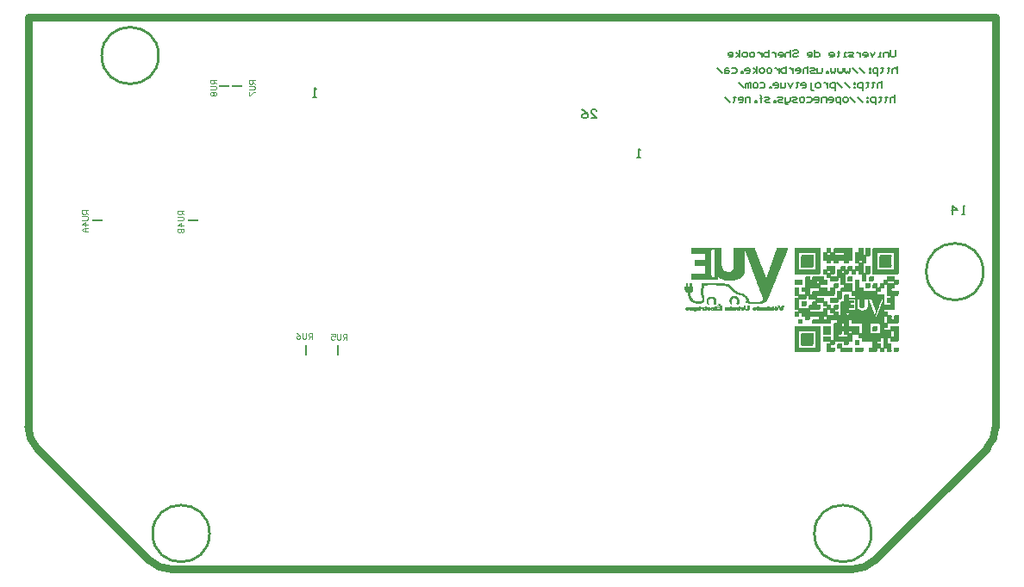
<source format=gbo>
%FSLAX23Y23*%
%MOIN*%
G70*
G01*
G75*
G04 Layer_Color=32896*
%ADD10R,0.020X0.020*%
%ADD11R,0.020X0.020*%
%ADD12R,0.022X0.057*%
%ADD13R,0.022X0.057*%
%ADD14R,0.055X0.039*%
%ADD15R,0.079X0.043*%
%ADD16R,0.031X0.031*%
%ADD17R,0.059X0.098*%
%ADD18R,0.098X0.059*%
%ADD19R,0.039X0.055*%
G04:AMPARAMS|DCode=20|XSize=142mil|YSize=79mil|CornerRadius=4mil|HoleSize=0mil|Usage=FLASHONLY|Rotation=180.000|XOffset=0mil|YOffset=0mil|HoleType=Round|Shape=RoundedRectangle|*
%AMROUNDEDRECTD20*
21,1,0.142,0.071,0,0,180.0*
21,1,0.134,0.079,0,0,180.0*
1,1,0.008,-0.067,0.035*
1,1,0.008,0.067,0.035*
1,1,0.008,0.067,-0.035*
1,1,0.008,-0.067,-0.035*
%
%ADD20ROUNDEDRECTD20*%
%ADD21R,0.020X0.014*%
%ADD22R,0.014X0.020*%
%ADD23R,0.057X0.018*%
%ADD24R,0.071X0.045*%
%ADD25C,0.020*%
%ADD26R,0.020X0.063*%
%ADD27R,0.083X0.114*%
%ADD28R,0.051X0.039*%
%ADD29R,0.055X0.024*%
%ADD30R,0.071X0.024*%
G04:AMPARAMS|DCode=31|XSize=75mil|YSize=126mil|CornerRadius=0mil|HoleSize=0mil|Usage=FLASHONLY|Rotation=90.000|XOffset=0mil|YOffset=0mil|HoleType=Round|Shape=Octagon|*
%AMOCTAGOND31*
4,1,8,-0.063,-0.019,-0.063,0.019,-0.044,0.037,0.044,0.037,0.063,0.019,0.063,-0.019,0.044,-0.037,-0.044,-0.037,-0.063,-0.019,0.0*
%
%ADD31OCTAGOND31*%

%ADD32R,0.017X0.050*%
%ADD33R,0.050X0.017*%
%ADD34R,0.087X0.024*%
G04:AMPARAMS|DCode=35|XSize=12mil|YSize=71mil|CornerRadius=0mil|HoleSize=0mil|Usage=FLASHONLY|Rotation=315.000|XOffset=0mil|YOffset=0mil|HoleType=Round|Shape=Round|*
%AMOVALD35*
21,1,0.059,0.012,0.000,0.000,45.0*
1,1,0.012,-0.021,-0.021*
1,1,0.012,0.021,0.021*
%
%ADD35OVALD35*%

G04:AMPARAMS|DCode=36|XSize=12mil|YSize=71mil|CornerRadius=0mil|HoleSize=0mil|Usage=FLASHONLY|Rotation=45.000|XOffset=0mil|YOffset=0mil|HoleType=Round|Shape=Round|*
%AMOVALD36*
21,1,0.059,0.012,0.000,0.000,135.0*
1,1,0.012,0.021,-0.021*
1,1,0.012,-0.021,0.021*
%
%ADD36OVALD36*%

%ADD37R,0.018X0.037*%
%ADD38R,0.037X0.018*%
G04:AMPARAMS|DCode=39|XSize=228mil|YSize=252mil|CornerRadius=17mil|HoleSize=0mil|Usage=FLASHONLY|Rotation=0.000|XOffset=0mil|YOffset=0mil|HoleType=Round|Shape=RoundedRectangle|*
%AMROUNDEDRECTD39*
21,1,0.228,0.218,0,0,0.0*
21,1,0.194,0.252,0,0,0.0*
1,1,0.034,0.097,-0.109*
1,1,0.034,-0.097,-0.109*
1,1,0.034,-0.097,0.109*
1,1,0.034,0.097,0.109*
%
%ADD39ROUNDEDRECTD39*%
G04:AMPARAMS|DCode=40|XSize=47mil|YSize=87mil|CornerRadius=4mil|HoleSize=0mil|Usage=FLASHONLY|Rotation=0.000|XOffset=0mil|YOffset=0mil|HoleType=Round|Shape=RoundedRectangle|*
%AMROUNDEDRECTD40*
21,1,0.047,0.080,0,0,0.0*
21,1,0.040,0.087,0,0,0.0*
1,1,0.007,0.020,-0.040*
1,1,0.007,-0.020,-0.040*
1,1,0.007,-0.020,0.040*
1,1,0.007,0.020,0.040*
%
%ADD40ROUNDEDRECTD40*%
%ADD41R,0.146X0.059*%
%ADD42R,0.059X0.146*%
G04:AMPARAMS|DCode=43|XSize=95mil|YSize=130mil|CornerRadius=7mil|HoleSize=0mil|Usage=FLASHONLY|Rotation=90.000|XOffset=0mil|YOffset=0mil|HoleType=Round|Shape=RoundedRectangle|*
%AMROUNDEDRECTD43*
21,1,0.095,0.116,0,0,90.0*
21,1,0.081,0.130,0,0,90.0*
1,1,0.014,0.058,0.040*
1,1,0.014,0.058,-0.040*
1,1,0.014,-0.058,-0.040*
1,1,0.014,-0.058,0.040*
%
%ADD43ROUNDEDRECTD43*%
G04:AMPARAMS|DCode=44|XSize=26mil|YSize=69mil|CornerRadius=2mil|HoleSize=0mil|Usage=FLASHONLY|Rotation=180.000|XOffset=0mil|YOffset=0mil|HoleType=Round|Shape=RoundedRectangle|*
%AMROUNDEDRECTD44*
21,1,0.026,0.065,0,0,180.0*
21,1,0.022,0.069,0,0,180.0*
1,1,0.004,-0.011,0.033*
1,1,0.004,0.011,0.033*
1,1,0.004,0.011,-0.033*
1,1,0.004,-0.011,-0.033*
%
%ADD44ROUNDEDRECTD44*%
%ADD45R,0.039X0.125*%
G04:AMPARAMS|DCode=46|XSize=95mil|YSize=130mil|CornerRadius=7mil|HoleSize=0mil|Usage=FLASHONLY|Rotation=0.000|XOffset=0mil|YOffset=0mil|HoleType=Round|Shape=RoundedRectangle|*
%AMROUNDEDRECTD46*
21,1,0.095,0.116,0,0,0.0*
21,1,0.081,0.130,0,0,0.0*
1,1,0.014,0.040,-0.058*
1,1,0.014,-0.040,-0.058*
1,1,0.014,-0.040,0.058*
1,1,0.014,0.040,0.058*
%
%ADD46ROUNDEDRECTD46*%
G04:AMPARAMS|DCode=47|XSize=26mil|YSize=69mil|CornerRadius=2mil|HoleSize=0mil|Usage=FLASHONLY|Rotation=90.000|XOffset=0mil|YOffset=0mil|HoleType=Round|Shape=RoundedRectangle|*
%AMROUNDEDRECTD47*
21,1,0.026,0.065,0,0,90.0*
21,1,0.022,0.069,0,0,90.0*
1,1,0.004,0.033,0.011*
1,1,0.004,0.033,-0.011*
1,1,0.004,-0.033,-0.011*
1,1,0.004,-0.033,0.011*
%
%ADD47ROUNDEDRECTD47*%
%ADD48R,0.125X0.039*%
%ADD49R,0.051X0.079*%
%ADD50R,0.043X0.039*%
%ADD51R,0.057X0.022*%
%ADD52R,0.057X0.022*%
%ADD53R,0.051X0.043*%
%ADD54R,0.043X0.051*%
%ADD55R,0.050X0.012*%
%ADD56C,0.006*%
%ADD57C,0.012*%
%ADD58C,0.016*%
%ADD59C,0.020*%
%ADD60C,0.025*%
%ADD61C,0.030*%
%ADD62C,0.010*%
%ADD63C,0.043*%
%ADD64C,0.145*%
%ADD65C,0.079*%
%ADD66C,0.256*%
%ADD67C,0.118*%
%ADD68C,0.157*%
%ADD69C,0.055*%
%ADD70C,0.059*%
%ADD71C,0.018*%
%ADD72C,0.040*%
%ADD73C,0.007*%
%ADD74C,0.056*%
%ADD75C,0.083*%
%ADD76C,0.260*%
%ADD77C,0.099*%
%ADD78C,0.146*%
%ADD79C,0.060*%
%ADD80C,0.052*%
%ADD81C,0.032*%
%ADD82R,0.039X0.043*%
%ADD83C,0.055*%
%ADD84C,0.004*%
%ADD85C,0.010*%
%ADD86C,0.008*%
%ADD87C,0.024*%
%ADD88C,0.016*%
%ADD89C,0.001*%
%ADD90C,0.008*%
%ADD91C,0.015*%
%ADD92C,0.004*%
%ADD93C,0.005*%
%ADD94R,0.024X0.008*%
%ADD95R,0.008X0.024*%
%ADD96R,0.130X0.040*%
%ADD97R,0.050X0.030*%
%ADD98R,0.070X0.040*%
%ADD99R,0.040X0.070*%
%ADD100R,0.074X0.057*%
%ADD101R,0.074X0.057*%
%ADD102R,0.130X0.150*%
%ADD103R,0.150X0.130*%
%ADD104R,0.040X0.010*%
%ADD105R,0.050X0.020*%
%ADD106R,0.020X0.050*%
%ADD107R,0.010X0.040*%
D61*
X1836Y-615D02*
G03*
X1870Y-532I-84J84D01*
G01*
X1319Y-1083D02*
G03*
X1402Y-1048I0J118D01*
G01*
X-1870Y-532D02*
G03*
X-1835Y-615I118J0D01*
G01*
X-1402Y-1048D02*
G03*
X-1319Y-1083I84J84D01*
G01*
X-1870Y-532D02*
Y1053D01*
X1870D01*
X1402Y-1048D02*
X1836Y-615D01*
X-1319Y-1083D02*
X1319D01*
X-1835Y-615D02*
X-1402Y-1048D01*
X1870Y-532D02*
Y1053D01*
D62*
X1823Y69D02*
G03*
X1823Y69I-110J0D01*
G01*
X1390Y-945D02*
G03*
X1390Y-945I-110J0D01*
G01*
X-1169D02*
G03*
X-1169Y-945I-110J0D01*
G01*
X-1366Y906D02*
G03*
X-1366Y906I-110J0D01*
G01*
X-1870Y-532D02*
G03*
X-1835Y-615I118J0D01*
G01*
X-1402Y-1048D02*
G03*
X-1319Y-1083I84J84D01*
G01*
X1319D02*
G03*
X1402Y-1048I0J118D01*
G01*
X1836Y-615D02*
G03*
X1870Y-532I-84J84D01*
G01*
X-1835Y-615D02*
X-1402Y-1048D01*
X-1319Y-1083D02*
X1319D01*
X1402Y-1048D02*
X1836Y-615D01*
X1870Y-532D02*
Y1053D01*
X-1870D02*
X1870D01*
X-1870Y-532D02*
Y1053D01*
D73*
X497Y511D02*
X485D01*
X491D01*
Y546D01*
X497Y540D01*
X1752Y291D02*
X1740D01*
X1746D01*
Y326D01*
X1752Y320D01*
X1705Y291D02*
Y326D01*
X1723Y308D01*
X1700D01*
X306Y663D02*
X329D01*
X306Y686D01*
Y692D01*
X312Y698D01*
X323D01*
X329Y692D01*
X271Y698D02*
X282Y692D01*
X294Y680D01*
Y669D01*
X288Y663D01*
X277D01*
X271Y669D01*
Y675D01*
X277Y680D01*
X294D01*
X-757Y745D02*
X-769D01*
X-763D01*
Y780D01*
X-757Y774D01*
D89*
X1397Y160D02*
X1493D01*
X1369D02*
X1383D01*
X1342D02*
X1356D01*
X1246D02*
X1314D01*
X1218D02*
X1232D01*
X1095D02*
X1191D01*
X1397Y159D02*
X1493D01*
X1369D02*
X1383D01*
X1342D02*
X1356D01*
X1246D02*
X1314D01*
X1218D02*
X1232D01*
X1095D02*
X1191D01*
X1397Y158D02*
X1493D01*
X1369D02*
X1383D01*
X1342D02*
X1356D01*
X1246D02*
X1314D01*
X1218D02*
X1232D01*
X1095D02*
X1191D01*
X1395Y157D02*
X1493D01*
X1368D02*
X1383D01*
X1340D02*
X1356D01*
X1244D02*
X1314D01*
X1217D02*
X1232D01*
X1093D02*
X1191D01*
X1395Y156D02*
X1493D01*
X1368D02*
X1383D01*
X1340D02*
X1356D01*
X1244D02*
X1314D01*
X1217D02*
X1232D01*
X1093D02*
X1191D01*
X1395Y155D02*
X1493D01*
X1368D02*
X1383D01*
X1340D02*
X1356D01*
X1244D02*
X1314D01*
X1217D02*
X1232D01*
X1093D02*
X1191D01*
X1395Y154D02*
X1493D01*
X1368D02*
X1383D01*
X1340D02*
X1356D01*
X1244D02*
X1314D01*
X1217D02*
X1232D01*
X1093D02*
X1191D01*
X1395Y153D02*
X1493D01*
X1368D02*
X1383D01*
X1340D02*
X1356D01*
X1244D02*
X1314D01*
X1217D02*
X1232D01*
X1093D02*
X1191D01*
X1395Y152D02*
X1493D01*
X1368D02*
X1383D01*
X1340D02*
X1356D01*
X1244D02*
X1314D01*
X1217D02*
X1232D01*
X1093D02*
X1191D01*
X1395Y151D02*
X1493D01*
X1368D02*
X1383D01*
X1340D02*
X1356D01*
X1244D02*
X1314D01*
X1217D02*
X1232D01*
X1093D02*
X1191D01*
X1395Y150D02*
X1493D01*
X1368D02*
X1383D01*
X1340D02*
X1356D01*
X1244D02*
X1314D01*
X1217D02*
X1232D01*
X1093D02*
X1191D01*
X1395Y149D02*
X1493D01*
X1368D02*
X1383D01*
X1340D02*
X1356D01*
X1244D02*
X1314D01*
X1217D02*
X1232D01*
X1093D02*
X1191D01*
X1395Y148D02*
X1493D01*
X1368D02*
X1383D01*
X1340D02*
X1356D01*
X1244D02*
X1314D01*
X1217D02*
X1232D01*
X1093D02*
X1191D01*
X1395Y147D02*
X1493D01*
X1368D02*
X1383D01*
X1340D02*
X1356D01*
X1244D02*
X1314D01*
X1216D02*
X1232D01*
X1093D02*
X1191D01*
X1395Y146D02*
X1493D01*
X1368D02*
X1383D01*
X1328D02*
X1356D01*
X1232D02*
X1314D01*
X1205D02*
X1230D01*
X1093D02*
X1191D01*
X1395Y145D02*
X1493D01*
X1368D02*
X1383D01*
X1328D02*
X1356D01*
X1232D02*
X1314D01*
X1205D02*
X1230D01*
X1093D02*
X1191D01*
X1395Y144D02*
X1493D01*
X1368D02*
X1383D01*
X1328D02*
X1356D01*
X1232D02*
X1314D01*
X1205D02*
X1230D01*
X1093D02*
X1191D01*
X1477Y143D02*
X1493D01*
X1395D02*
X1411D01*
X1368D02*
X1383D01*
X1327D02*
X1356D01*
X1285D02*
X1314D01*
X1230D02*
X1246D01*
X1203D02*
X1218D01*
X1175D02*
X1191D01*
X1093D02*
X1108D01*
X1477Y142D02*
X1493D01*
X1395D02*
X1411D01*
X1368D02*
X1383D01*
X1326D02*
X1356D01*
X1285D02*
X1314D01*
X1230D02*
X1246D01*
X1203D02*
X1218D01*
X1175D02*
X1191D01*
X1093D02*
X1108D01*
X1477Y141D02*
X1493D01*
X1395D02*
X1411D01*
X1368D02*
X1383D01*
X1326D02*
X1356D01*
X1285D02*
X1314D01*
X1230D02*
X1246D01*
X1203D02*
X1218D01*
X1175D02*
X1191D01*
X1093D02*
X1108D01*
X1477Y140D02*
X1493D01*
X1395D02*
X1411D01*
X1368D02*
X1383D01*
X1326D02*
X1356D01*
X1285D02*
X1314D01*
X1230D02*
X1246D01*
X1203D02*
X1218D01*
X1175D02*
X1191D01*
X1093D02*
X1108D01*
X1477Y139D02*
X1493D01*
X1395D02*
X1411D01*
X1368D02*
X1383D01*
X1326D02*
X1356D01*
X1285D02*
X1314D01*
X1230D02*
X1246D01*
X1203D02*
X1218D01*
X1175D02*
X1191D01*
X1093D02*
X1108D01*
X1477Y138D02*
X1493D01*
X1395D02*
X1411D01*
X1368D02*
X1383D01*
X1326D02*
X1356D01*
X1285D02*
X1314D01*
X1230D02*
X1246D01*
X1203D02*
X1218D01*
X1175D02*
X1191D01*
X1093D02*
X1108D01*
X1477Y137D02*
X1493D01*
X1395D02*
X1411D01*
X1368D02*
X1383D01*
X1326D02*
X1356D01*
X1285D02*
X1314D01*
X1230D02*
X1246D01*
X1203D02*
X1218D01*
X1175D02*
X1191D01*
X1093D02*
X1108D01*
X1477Y136D02*
X1493D01*
X1395D02*
X1411D01*
X1368D02*
X1383D01*
X1326D02*
X1356D01*
X1285D02*
X1314D01*
X1230D02*
X1246D01*
X1203D02*
X1218D01*
X1175D02*
X1191D01*
X1093D02*
X1108D01*
X1477Y135D02*
X1493D01*
X1395D02*
X1411D01*
X1368D02*
X1383D01*
X1326D02*
X1356D01*
X1285D02*
X1314D01*
X1230D02*
X1246D01*
X1203D02*
X1218D01*
X1175D02*
X1191D01*
X1093D02*
X1108D01*
X1477Y134D02*
X1493D01*
X1395D02*
X1411D01*
X1368D02*
X1383D01*
X1326D02*
X1356D01*
X1285D02*
X1314D01*
X1230D02*
X1246D01*
X1203D02*
X1218D01*
X1175D02*
X1191D01*
X1093D02*
X1108D01*
X1477Y133D02*
X1493D01*
X1423D02*
X1465D01*
X1395D02*
X1411D01*
X1326D02*
X1382D01*
X1203D02*
X1314D01*
X1175D02*
X1191D01*
X1121D02*
X1163D01*
X1093D02*
X1108D01*
X1477Y132D02*
X1493D01*
X1423D02*
X1466D01*
X1395D02*
X1411D01*
X1326D02*
X1381D01*
X1203D02*
X1314D01*
X1175D02*
X1191D01*
X1120D02*
X1163D01*
X1093D02*
X1108D01*
X1477Y131D02*
X1493D01*
X1423D02*
X1465D01*
X1395D02*
X1411D01*
X1326D02*
X1381D01*
X1203D02*
X1314D01*
X1175D02*
X1191D01*
X1120D02*
X1163D01*
X1093D02*
X1108D01*
X1477Y130D02*
X1493D01*
X1423D02*
X1465D01*
X1395D02*
X1411D01*
X1326D02*
X1381D01*
X1203D02*
X1314D01*
X1175D02*
X1191D01*
X1120D02*
X1163D01*
X1093D02*
X1108D01*
X1477Y129D02*
X1493D01*
X1421D02*
X1465D01*
X1395D02*
X1411D01*
X1326D02*
X1369D01*
X1203D02*
X1314D01*
X1175D02*
X1191D01*
X1119D02*
X1163D01*
X1093D02*
X1108D01*
X1477Y128D02*
X1493D01*
X1421D02*
X1465D01*
X1395D02*
X1411D01*
X1326D02*
X1369D01*
X1203D02*
X1314D01*
X1175D02*
X1191D01*
X1119D02*
X1163D01*
X1093D02*
X1108D01*
X1477Y127D02*
X1493D01*
X1421D02*
X1465D01*
X1395D02*
X1411D01*
X1326D02*
X1369D01*
X1203D02*
X1314D01*
X1175D02*
X1191D01*
X1119D02*
X1163D01*
X1093D02*
X1108D01*
X1477Y126D02*
X1493D01*
X1421D02*
X1465D01*
X1395D02*
X1411D01*
X1326D02*
X1369D01*
X1203D02*
X1314D01*
X1175D02*
X1191D01*
X1119D02*
X1163D01*
X1093D02*
X1108D01*
X1477Y125D02*
X1493D01*
X1421D02*
X1465D01*
X1395D02*
X1411D01*
X1326D02*
X1369D01*
X1203D02*
X1314D01*
X1175D02*
X1191D01*
X1119D02*
X1163D01*
X1093D02*
X1108D01*
X1477Y124D02*
X1493D01*
X1421D02*
X1465D01*
X1395D02*
X1411D01*
X1326D02*
X1369D01*
X1203D02*
X1314D01*
X1175D02*
X1191D01*
X1119D02*
X1163D01*
X1093D02*
X1108D01*
X1477Y123D02*
X1493D01*
X1421D02*
X1465D01*
X1395D02*
X1411D01*
X1326D02*
X1369D01*
X1203D02*
X1314D01*
X1175D02*
X1191D01*
X1119D02*
X1163D01*
X1093D02*
X1108D01*
X1477Y122D02*
X1493D01*
X1421D02*
X1465D01*
X1395D02*
X1411D01*
X1326D02*
X1369D01*
X1203D02*
X1314D01*
X1175D02*
X1191D01*
X1119D02*
X1163D01*
X1093D02*
X1108D01*
X1477Y121D02*
X1493D01*
X1421D02*
X1465D01*
X1395D02*
X1411D01*
X1326D02*
X1369D01*
X1203D02*
X1314D01*
X1175D02*
X1191D01*
X1119D02*
X1163D01*
X1093D02*
X1108D01*
X1477Y120D02*
X1493D01*
X1421D02*
X1465D01*
X1395D02*
X1411D01*
X1326D02*
X1369D01*
X1203D02*
X1315D01*
X1175D02*
X1191D01*
X1119D02*
X1163D01*
X1093D02*
X1108D01*
X1477Y119D02*
X1493D01*
X1421D02*
X1465D01*
X1395D02*
X1411D01*
X1326D02*
X1369D01*
X1203D02*
X1313D01*
X1175D02*
X1191D01*
X1119D02*
X1163D01*
X1093D02*
X1108D01*
X1477Y118D02*
X1493D01*
X1421D02*
X1465D01*
X1395D02*
X1411D01*
X1326D02*
X1369D01*
X1203D02*
X1313D01*
X1175D02*
X1191D01*
X1119D02*
X1163D01*
X1093D02*
X1108D01*
X1477Y117D02*
X1493D01*
X1421D02*
X1465D01*
X1395D02*
X1411D01*
X1326D02*
X1369D01*
X1203D02*
X1313D01*
X1175D02*
X1191D01*
X1119D02*
X1163D01*
X1093D02*
X1108D01*
X1477Y116D02*
X1493D01*
X1421D02*
X1465D01*
X1395D02*
X1411D01*
X1326D02*
X1369D01*
X1236D02*
X1313D01*
X1203D02*
X1235D01*
X1175D02*
X1191D01*
X1119D02*
X1163D01*
X1093D02*
X1108D01*
X1477Y115D02*
X1493D01*
X1421D02*
X1465D01*
X1395D02*
X1411D01*
X1354D02*
X1369D01*
X1326D02*
X1342D01*
X1285D02*
X1301D01*
X1244D02*
X1260D01*
X1217D02*
X1232D01*
X1175D02*
X1191D01*
X1119D02*
X1163D01*
X1093D02*
X1108D01*
X1477Y114D02*
X1493D01*
X1421D02*
X1465D01*
X1395D02*
X1411D01*
X1354D02*
X1369D01*
X1326D02*
X1342D01*
X1285D02*
X1301D01*
X1244D02*
X1260D01*
X1217D02*
X1232D01*
X1175D02*
X1191D01*
X1119D02*
X1163D01*
X1093D02*
X1108D01*
X1477Y113D02*
X1493D01*
X1421D02*
X1465D01*
X1395D02*
X1411D01*
X1354D02*
X1369D01*
X1326D02*
X1342D01*
X1285D02*
X1301D01*
X1244D02*
X1260D01*
X1217D02*
X1232D01*
X1175D02*
X1191D01*
X1119D02*
X1163D01*
X1093D02*
X1108D01*
X1477Y112D02*
X1493D01*
X1421D02*
X1465D01*
X1395D02*
X1411D01*
X1354D02*
X1369D01*
X1326D02*
X1342D01*
X1285D02*
X1301D01*
X1244D02*
X1260D01*
X1217D02*
X1232D01*
X1175D02*
X1191D01*
X1119D02*
X1163D01*
X1093D02*
X1108D01*
X1477Y111D02*
X1493D01*
X1421D02*
X1465D01*
X1395D02*
X1411D01*
X1354D02*
X1369D01*
X1326D02*
X1342D01*
X1285D02*
X1301D01*
X1244D02*
X1260D01*
X1217D02*
X1232D01*
X1175D02*
X1191D01*
X1119D02*
X1163D01*
X1093D02*
X1108D01*
X1477Y110D02*
X1493D01*
X1421D02*
X1465D01*
X1395D02*
X1411D01*
X1354D02*
X1369D01*
X1326D02*
X1342D01*
X1285D02*
X1301D01*
X1244D02*
X1260D01*
X1217D02*
X1232D01*
X1175D02*
X1191D01*
X1119D02*
X1163D01*
X1093D02*
X1108D01*
X1477Y109D02*
X1493D01*
X1421D02*
X1465D01*
X1395D02*
X1411D01*
X1354D02*
X1369D01*
X1326D02*
X1342D01*
X1285D02*
X1301D01*
X1244D02*
X1260D01*
X1217D02*
X1232D01*
X1175D02*
X1191D01*
X1119D02*
X1163D01*
X1093D02*
X1108D01*
X1477Y108D02*
X1493D01*
X1421D02*
X1465D01*
X1395D02*
X1411D01*
X1354D02*
X1369D01*
X1326D02*
X1342D01*
X1285D02*
X1301D01*
X1244D02*
X1260D01*
X1217D02*
X1232D01*
X1175D02*
X1191D01*
X1119D02*
X1163D01*
X1093D02*
X1108D01*
X1477Y107D02*
X1493D01*
X1421D02*
X1465D01*
X1395D02*
X1411D01*
X1354D02*
X1369D01*
X1326D02*
X1342D01*
X1285D02*
X1301D01*
X1244D02*
X1260D01*
X1217D02*
X1232D01*
X1175D02*
X1191D01*
X1119D02*
X1163D01*
X1093D02*
X1108D01*
X1477Y106D02*
X1493D01*
X1421D02*
X1465D01*
X1395D02*
X1411D01*
X1354D02*
X1369D01*
X1326D02*
X1342D01*
X1285D02*
X1301D01*
X1244D02*
X1260D01*
X1217D02*
X1232D01*
X1175D02*
X1191D01*
X1119D02*
X1163D01*
X1093D02*
X1108D01*
X1477Y105D02*
X1493D01*
X1421D02*
X1465D01*
X1395D02*
X1411D01*
X1342D02*
X1368D01*
X1326D02*
X1340D01*
X1285D02*
X1299D01*
X1244D02*
X1258D01*
X1217D02*
X1230D01*
X1175D02*
X1191D01*
X1119D02*
X1163D01*
X1093D02*
X1108D01*
X1477Y104D02*
X1493D01*
X1421D02*
X1465D01*
X1395D02*
X1411D01*
X1342D02*
X1368D01*
X1326D02*
X1340D01*
X1285D02*
X1299D01*
X1244D02*
X1258D01*
X1217D02*
X1230D01*
X1175D02*
X1191D01*
X1119D02*
X1163D01*
X1093D02*
X1108D01*
X1477Y103D02*
X1493D01*
X1421D02*
X1465D01*
X1395D02*
X1411D01*
X1342D02*
X1368D01*
X1326D02*
X1340D01*
X1285D02*
X1299D01*
X1244D02*
X1258D01*
X1217D02*
X1230D01*
X1175D02*
X1191D01*
X1119D02*
X1163D01*
X1093D02*
X1108D01*
X1477Y102D02*
X1493D01*
X1421D02*
X1465D01*
X1395D02*
X1411D01*
X1340D02*
X1356D01*
X1175D02*
X1191D01*
X1119D02*
X1163D01*
X1093D02*
X1108D01*
X1477Y101D02*
X1493D01*
X1421D02*
X1465D01*
X1395D02*
X1411D01*
X1340D02*
X1356D01*
X1175D02*
X1191D01*
X1119D02*
X1163D01*
X1093D02*
X1108D01*
X1477Y100D02*
X1493D01*
X1421D02*
X1465D01*
X1395D02*
X1411D01*
X1340D02*
X1356D01*
X1175D02*
X1191D01*
X1119D02*
X1163D01*
X1093D02*
X1108D01*
X1477Y99D02*
X1493D01*
X1421D02*
X1465D01*
X1395D02*
X1411D01*
X1340D02*
X1356D01*
X1175D02*
X1191D01*
X1119D02*
X1163D01*
X1093D02*
X1108D01*
X1477Y98D02*
X1493D01*
X1421D02*
X1465D01*
X1395D02*
X1411D01*
X1340D02*
X1356D01*
X1175D02*
X1191D01*
X1119D02*
X1163D01*
X1093D02*
X1108D01*
X1477Y97D02*
X1493D01*
X1421D02*
X1465D01*
X1395D02*
X1411D01*
X1340D02*
X1356D01*
X1175D02*
X1191D01*
X1119D02*
X1163D01*
X1093D02*
X1108D01*
X1477Y96D02*
X1493D01*
X1421D02*
X1465D01*
X1395D02*
X1411D01*
X1340D02*
X1356D01*
X1175D02*
X1191D01*
X1119D02*
X1163D01*
X1093D02*
X1108D01*
X1477Y95D02*
X1493D01*
X1421D02*
X1465D01*
X1395D02*
X1411D01*
X1340D02*
X1356D01*
X1175D02*
X1191D01*
X1119D02*
X1163D01*
X1093D02*
X1108D01*
X1477Y94D02*
X1493D01*
X1421D02*
X1465D01*
X1395D02*
X1411D01*
X1340D02*
X1356D01*
X1175D02*
X1191D01*
X1119D02*
X1163D01*
X1093D02*
X1108D01*
X1477Y93D02*
X1493D01*
X1421D02*
X1466D01*
X1395D02*
X1411D01*
X1340D02*
X1356D01*
X1175D02*
X1191D01*
X1119D02*
X1163D01*
X1093D02*
X1108D01*
X1477Y92D02*
X1493D01*
X1421D02*
X1465D01*
X1395D02*
X1411D01*
X1382D02*
X1383D01*
X1340D02*
X1356D01*
X1338D02*
X1339D01*
X1329D02*
X1332D01*
X1175D02*
X1191D01*
X1119D02*
X1163D01*
X1093D02*
X1108D01*
X1477Y91D02*
X1493D01*
X1421D02*
X1464D01*
X1395D02*
X1411D01*
X1369D02*
X1383D01*
X1328D02*
X1356D01*
X1301D02*
X1315D01*
X1273D02*
X1287D01*
X1218D02*
X1246D01*
X1175D02*
X1191D01*
X1119D02*
X1162D01*
X1093D02*
X1108D01*
X1477Y90D02*
X1493D01*
X1421D02*
X1464D01*
X1395D02*
X1411D01*
X1369D02*
X1383D01*
X1328D02*
X1356D01*
X1301D02*
X1314D01*
X1273D02*
X1287D01*
X1218D02*
X1246D01*
X1175D02*
X1191D01*
X1119D02*
X1162D01*
X1093D02*
X1108D01*
X1477Y89D02*
X1493D01*
X1421D02*
X1464D01*
X1395D02*
X1411D01*
X1369D02*
X1383D01*
X1328D02*
X1356D01*
X1301D02*
X1314D01*
X1273D02*
X1287D01*
X1218D02*
X1246D01*
X1175D02*
X1191D01*
X1119D02*
X1162D01*
X1093D02*
X1108D01*
X1477Y88D02*
X1493D01*
X1423D02*
X1464D01*
X1395D02*
X1411D01*
X1368D02*
X1383D01*
X1326D02*
X1356D01*
X1299D02*
X1314D01*
X1271D02*
X1287D01*
X1217D02*
X1246D01*
X1175D02*
X1191D01*
X1120D02*
X1162D01*
X1093D02*
X1108D01*
X1477Y87D02*
X1493D01*
X1423D02*
X1464D01*
X1395D02*
X1411D01*
X1368D02*
X1383D01*
X1326D02*
X1356D01*
X1299D02*
X1314D01*
X1272D02*
X1287D01*
X1217D02*
X1246D01*
X1175D02*
X1191D01*
X1121D02*
X1162D01*
X1093D02*
X1108D01*
X1477Y86D02*
X1493D01*
X1395D02*
X1411D01*
X1368D02*
X1383D01*
X1326D02*
X1356D01*
X1299D02*
X1314D01*
X1272D02*
X1287D01*
X1217D02*
X1246D01*
X1175D02*
X1191D01*
X1093D02*
X1108D01*
X1477Y85D02*
X1493D01*
X1395D02*
X1411D01*
X1368D02*
X1383D01*
X1326D02*
X1356D01*
X1299D02*
X1314D01*
X1272D02*
X1287D01*
X1217D02*
X1246D01*
X1175D02*
X1191D01*
X1093D02*
X1108D01*
X1477Y84D02*
X1493D01*
X1395D02*
X1411D01*
X1368D02*
X1383D01*
X1326D02*
X1356D01*
X1299D02*
X1314D01*
X1272D02*
X1287D01*
X1217D02*
X1246D01*
X1175D02*
X1191D01*
X1093D02*
X1108D01*
X1477Y83D02*
X1493D01*
X1395D02*
X1411D01*
X1368D02*
X1383D01*
X1326D02*
X1356D01*
X1299D02*
X1314D01*
X1272D02*
X1287D01*
X1217D02*
X1246D01*
X1175D02*
X1191D01*
X1093D02*
X1108D01*
X1477Y82D02*
X1493D01*
X1395D02*
X1411D01*
X1368D02*
X1383D01*
X1326D02*
X1356D01*
X1299D02*
X1314D01*
X1272D02*
X1287D01*
X1217D02*
X1246D01*
X1175D02*
X1191D01*
X1093D02*
X1108D01*
X1477Y81D02*
X1493D01*
X1395D02*
X1411D01*
X1368D02*
X1383D01*
X1326D02*
X1356D01*
X1299D02*
X1314D01*
X1272D02*
X1287D01*
X1217D02*
X1246D01*
X1175D02*
X1191D01*
X1093D02*
X1108D01*
X1477Y80D02*
X1493D01*
X1395D02*
X1411D01*
X1368D02*
X1383D01*
X1326D02*
X1356D01*
X1299D02*
X1314D01*
X1272D02*
X1287D01*
X1217D02*
X1246D01*
X1175D02*
X1191D01*
X1093D02*
X1108D01*
X1478Y79D02*
X1493D01*
X1395D02*
X1411D01*
X1368D02*
X1383D01*
X1327D02*
X1356D01*
X1299D02*
X1314D01*
X1272D02*
X1287D01*
X1217D02*
X1246D01*
X1175D02*
X1191D01*
X1093D02*
X1108D01*
X1395Y78D02*
X1493D01*
X1368D02*
X1383D01*
X1314D02*
X1356D01*
X1287D02*
X1313D01*
X1260D02*
X1285D01*
X1205D02*
X1246D01*
X1093D02*
X1191D01*
X1395Y77D02*
X1493D01*
X1368D02*
X1383D01*
X1314D02*
X1356D01*
X1287D02*
X1313D01*
X1259D02*
X1285D01*
X1205D02*
X1246D01*
X1093D02*
X1191D01*
X1395Y76D02*
X1493D01*
X1368D02*
X1383D01*
X1314D02*
X1356D01*
X1287D02*
X1313D01*
X1260D02*
X1285D01*
X1205D02*
X1246D01*
X1093D02*
X1191D01*
X1395Y75D02*
X1493D01*
X1368D02*
X1383D01*
X1314D02*
X1356D01*
X1287D02*
X1313D01*
X1259D02*
X1285D01*
X1204D02*
X1246D01*
X1093D02*
X1191D01*
X1395Y74D02*
X1493D01*
X1368D02*
X1383D01*
X1340D02*
X1356D01*
X1313D02*
X1328D01*
X1285D02*
X1301D01*
X1258D02*
X1273D01*
X1230D02*
X1246D01*
X1203D02*
X1218D01*
X1093D02*
X1191D01*
X1395Y73D02*
X1493D01*
X1368D02*
X1383D01*
X1340D02*
X1356D01*
X1313D02*
X1328D01*
X1285D02*
X1301D01*
X1258D02*
X1273D01*
X1230D02*
X1246D01*
X1203D02*
X1218D01*
X1093D02*
X1191D01*
X1395Y72D02*
X1493D01*
X1368D02*
X1383D01*
X1340D02*
X1356D01*
X1313D02*
X1328D01*
X1285D02*
X1301D01*
X1258D02*
X1273D01*
X1230D02*
X1246D01*
X1203D02*
X1218D01*
X1093D02*
X1191D01*
X1395Y71D02*
X1493D01*
X1368D02*
X1383D01*
X1340D02*
X1356D01*
X1313D02*
X1328D01*
X1285D02*
X1301D01*
X1258D02*
X1273D01*
X1230D02*
X1246D01*
X1203D02*
X1218D01*
X1093D02*
X1191D01*
X1395Y70D02*
X1493D01*
X1368D02*
X1383D01*
X1340D02*
X1356D01*
X1313D02*
X1328D01*
X1285D02*
X1301D01*
X1258D02*
X1273D01*
X1230D02*
X1246D01*
X1203D02*
X1218D01*
X1093D02*
X1191D01*
X1395Y69D02*
X1493D01*
X1368D02*
X1383D01*
X1340D02*
X1356D01*
X1313D02*
X1328D01*
X1285D02*
X1301D01*
X1258D02*
X1273D01*
X1230D02*
X1246D01*
X1203D02*
X1218D01*
X1093D02*
X1191D01*
X1395Y68D02*
X1493D01*
X1368D02*
X1383D01*
X1340D02*
X1356D01*
X1313D02*
X1328D01*
X1285D02*
X1301D01*
X1258D02*
X1273D01*
X1230D02*
X1246D01*
X1203D02*
X1218D01*
X1093D02*
X1191D01*
X1395Y67D02*
X1493D01*
X1368D02*
X1383D01*
X1340D02*
X1356D01*
X1313D02*
X1328D01*
X1285D02*
X1301D01*
X1258D02*
X1273D01*
X1230D02*
X1246D01*
X1203D02*
X1218D01*
X1093D02*
X1191D01*
X1395Y66D02*
X1493D01*
X1368D02*
X1383D01*
X1340D02*
X1356D01*
X1313D02*
X1328D01*
X1285D02*
X1301D01*
X1258D02*
X1273D01*
X1230D02*
X1246D01*
X1203D02*
X1218D01*
X1093D02*
X1191D01*
X1395Y65D02*
X1493D01*
X1368D02*
X1383D01*
X1340D02*
X1356D01*
X1313D02*
X1328D01*
X1285D02*
X1301D01*
X1258D02*
X1273D01*
X1230D02*
X1246D01*
X1203D02*
X1218D01*
X1093D02*
X1191D01*
X1395Y64D02*
X1491D01*
X1356D02*
X1381D01*
X1340D02*
X1354D01*
X1313D02*
X1326D01*
X1258D02*
X1299D01*
X1218D02*
X1244D01*
X1203D02*
X1217D01*
X1093D02*
X1189D01*
X1395Y63D02*
X1491D01*
X1356D02*
X1381D01*
X1340D02*
X1354D01*
X1313D02*
X1326D01*
X1258D02*
X1299D01*
X1218D02*
X1244D01*
X1203D02*
X1217D01*
X1093D02*
X1189D01*
X1395Y62D02*
X1491D01*
X1356D02*
X1381D01*
X1340D02*
X1354D01*
X1313D02*
X1327D01*
X1258D02*
X1299D01*
X1218D02*
X1244D01*
X1203D02*
X1217D01*
X1093D02*
X1189D01*
X1354Y61D02*
X1370D01*
X1258D02*
X1287D01*
X1216D02*
X1232D01*
X1354Y60D02*
X1369D01*
X1258D02*
X1287D01*
X1217D02*
X1232D01*
X1354Y59D02*
X1369D01*
X1258D02*
X1287D01*
X1217D02*
X1232D01*
X1354Y58D02*
X1369D01*
X1258D02*
X1287D01*
X1217D02*
X1232D01*
X1354Y57D02*
X1369D01*
X1258D02*
X1287D01*
X1217D02*
X1232D01*
X1354Y56D02*
X1369D01*
X1258D02*
X1287D01*
X1217D02*
X1232D01*
X1354Y55D02*
X1369D01*
X1258D02*
X1287D01*
X1217D02*
X1232D01*
X1354Y54D02*
X1369D01*
X1258D02*
X1287D01*
X1217D02*
X1232D01*
X1354Y53D02*
X1369D01*
X1258D02*
X1287D01*
X1217D02*
X1232D01*
X1354Y52D02*
X1369D01*
X1258D02*
X1287D01*
X1217D02*
X1232D01*
X1354Y51D02*
X1369D01*
X1258D02*
X1287D01*
X1217D02*
X1232D01*
X1452Y50D02*
X1479D01*
X1383D02*
X1397D01*
X1354D02*
X1369D01*
X1301D02*
X1315D01*
X1232D02*
X1287D01*
X1217D02*
X1230D01*
X1163D02*
X1205D01*
X1136D02*
X1150D01*
X1452Y49D02*
X1479D01*
X1383D02*
X1397D01*
X1354D02*
X1369D01*
X1301D02*
X1314D01*
X1232D02*
X1287D01*
X1217D02*
X1230D01*
X1163D02*
X1205D01*
X1136D02*
X1150D01*
X1452Y48D02*
X1479D01*
X1383D02*
X1397D01*
X1354D02*
X1369D01*
X1301D02*
X1314D01*
X1232D02*
X1287D01*
X1217D02*
X1230D01*
X1163D02*
X1205D01*
X1136D02*
X1150D01*
X1450Y47D02*
X1479D01*
X1381D02*
X1397D01*
X1354D02*
X1369D01*
X1299D02*
X1314D01*
X1271D02*
X1287D01*
X1230D02*
X1260D01*
X1162D02*
X1205D01*
X1134D02*
X1150D01*
X1450Y46D02*
X1479D01*
X1381D02*
X1397D01*
X1354D02*
X1369D01*
X1299D02*
X1314D01*
X1272D02*
X1287D01*
X1230D02*
X1260D01*
X1162D02*
X1205D01*
X1134D02*
X1150D01*
X1450Y45D02*
X1479D01*
X1381D02*
X1397D01*
X1354D02*
X1369D01*
X1299D02*
X1314D01*
X1272D02*
X1287D01*
X1230D02*
X1260D01*
X1162D02*
X1205D01*
X1134D02*
X1150D01*
X1450Y44D02*
X1479D01*
X1381D02*
X1397D01*
X1354D02*
X1369D01*
X1299D02*
X1314D01*
X1272D02*
X1287D01*
X1230D02*
X1260D01*
X1162D02*
X1205D01*
X1134D02*
X1150D01*
X1450Y43D02*
X1479D01*
X1381D02*
X1397D01*
X1354D02*
X1369D01*
X1299D02*
X1314D01*
X1272D02*
X1287D01*
X1230D02*
X1260D01*
X1162D02*
X1205D01*
X1134D02*
X1150D01*
X1450Y42D02*
X1479D01*
X1381D02*
X1397D01*
X1354D02*
X1369D01*
X1299D02*
X1314D01*
X1272D02*
X1287D01*
X1230D02*
X1260D01*
X1162D02*
X1205D01*
X1134D02*
X1150D01*
X1450Y41D02*
X1479D01*
X1381D02*
X1397D01*
X1354D02*
X1369D01*
X1299D02*
X1314D01*
X1272D02*
X1287D01*
X1230D02*
X1260D01*
X1162D02*
X1205D01*
X1134D02*
X1150D01*
X1450Y40D02*
X1479D01*
X1381D02*
X1397D01*
X1354D02*
X1369D01*
X1299D02*
X1314D01*
X1272D02*
X1287D01*
X1230D02*
X1260D01*
X1162D02*
X1205D01*
X1134D02*
X1150D01*
X1450Y39D02*
X1479D01*
X1381D02*
X1397D01*
X1354D02*
X1369D01*
X1299D02*
X1314D01*
X1272D02*
X1287D01*
X1230D02*
X1260D01*
X1162D02*
X1205D01*
X1134D02*
X1150D01*
X1450Y38D02*
X1479D01*
X1381D02*
X1397D01*
X1354D02*
X1369D01*
X1299D02*
X1315D01*
X1272D02*
X1287D01*
X1230D02*
X1260D01*
X1162D02*
X1205D01*
X1134D02*
X1150D01*
X1479Y37D02*
X1493D01*
X1438D02*
X1478D01*
X1381D02*
X1395D01*
X1354D02*
X1368D01*
X1328D02*
X1342D01*
X1299D02*
X1313D01*
X1272D02*
X1287D01*
X1230D02*
X1258D01*
X1134D02*
X1218D01*
X1095D02*
X1122D01*
X1479Y36D02*
X1493D01*
X1438D02*
X1477D01*
X1381D02*
X1395D01*
X1354D02*
X1368D01*
X1328D02*
X1342D01*
X1299D02*
X1313D01*
X1272D02*
X1287D01*
X1230D02*
X1258D01*
X1134D02*
X1218D01*
X1095D02*
X1122D01*
X1479Y35D02*
X1493D01*
X1438D02*
X1478D01*
X1381D02*
X1395D01*
X1354D02*
X1368D01*
X1328D02*
X1342D01*
X1299D02*
X1313D01*
X1272D02*
X1287D01*
X1230D02*
X1258D01*
X1134D02*
X1218D01*
X1095D02*
X1122D01*
X1479Y34D02*
X1493D01*
X1438D02*
X1478D01*
X1381D02*
X1395D01*
X1354D02*
X1368D01*
X1328D02*
X1342D01*
X1299D02*
X1313D01*
X1272D02*
X1287D01*
X1230D02*
X1258D01*
X1134D02*
X1218D01*
X1095D02*
X1122D01*
X1477Y33D02*
X1493D01*
X1436D02*
X1452D01*
X1326D02*
X1342D01*
X1272D02*
X1287D01*
X1189D02*
X1218D01*
X1134D02*
X1177D01*
X1093D02*
X1122D01*
X1477Y32D02*
X1493D01*
X1436D02*
X1452D01*
X1326D02*
X1342D01*
X1272D02*
X1287D01*
X1189D02*
X1218D01*
X1134D02*
X1177D01*
X1093D02*
X1122D01*
X1477Y31D02*
X1493D01*
X1436D02*
X1452D01*
X1326D02*
X1342D01*
X1272D02*
X1287D01*
X1189D02*
X1218D01*
X1134D02*
X1177D01*
X1093D02*
X1122D01*
X1477Y30D02*
X1493D01*
X1436D02*
X1452D01*
X1326D02*
X1342D01*
X1272D02*
X1287D01*
X1189D02*
X1218D01*
X1134D02*
X1177D01*
X1093D02*
X1122D01*
X1477Y29D02*
X1493D01*
X1436D02*
X1452D01*
X1326D02*
X1342D01*
X1272D02*
X1287D01*
X1189D02*
X1218D01*
X1134D02*
X1177D01*
X1093D02*
X1122D01*
X1477Y28D02*
X1493D01*
X1436D02*
X1452D01*
X1326D02*
X1342D01*
X1272D02*
X1287D01*
X1189D02*
X1218D01*
X1134D02*
X1177D01*
X1093D02*
X1122D01*
X1477Y27D02*
X1493D01*
X1436D02*
X1452D01*
X1326D02*
X1342D01*
X1272D02*
X1287D01*
X1189D02*
X1218D01*
X1134D02*
X1177D01*
X1093D02*
X1122D01*
X1477Y26D02*
X1493D01*
X1436D02*
X1452D01*
X1326D02*
X1342D01*
X1272D02*
X1287D01*
X1189D02*
X1218D01*
X1134D02*
X1177D01*
X1093D02*
X1122D01*
X1477Y25D02*
X1493D01*
X1436D02*
X1452D01*
X1326D02*
X1342D01*
X1272D02*
X1287D01*
X1189D02*
X1218D01*
X1134D02*
X1177D01*
X1093D02*
X1122D01*
X1478Y24D02*
X1493D01*
X1436D02*
X1452D01*
X1326D02*
X1342D01*
X1272D02*
X1287D01*
X1189D02*
X1218D01*
X1134D02*
X1177D01*
X1093D02*
X1122D01*
X1452Y23D02*
X1491D01*
X1424D02*
X1450D01*
X1397D02*
X1411D01*
X1369D02*
X1383D01*
X1326D02*
X1342D01*
X1287D02*
X1314D01*
X1272D02*
X1285D01*
X1246D02*
X1260D01*
X1134D02*
X1217D01*
X1093D02*
X1120D01*
X1452Y22D02*
X1491D01*
X1424D02*
X1450D01*
X1397D02*
X1411D01*
X1369D02*
X1383D01*
X1326D02*
X1342D01*
X1287D02*
X1314D01*
X1272D02*
X1285D01*
X1246D02*
X1260D01*
X1134D02*
X1217D01*
X1093D02*
X1120D01*
X1452Y21D02*
X1491D01*
X1424D02*
X1450D01*
X1397D02*
X1411D01*
X1369D02*
X1383D01*
X1326D02*
X1342D01*
X1287D02*
X1314D01*
X1272D02*
X1285D01*
X1246D02*
X1260D01*
X1134D02*
X1217D01*
X1093D02*
X1120D01*
X1451Y20D02*
X1491D01*
X1424D02*
X1450D01*
X1396D02*
X1411D01*
X1369D02*
X1383D01*
X1326D02*
X1342D01*
X1287D02*
X1314D01*
X1272D02*
X1285D01*
X1245D02*
X1260D01*
X1134D02*
X1216D01*
X1093D02*
X1120D01*
X1450Y19D02*
X1479D01*
X1423D02*
X1438D01*
X1395D02*
X1411D01*
X1368D02*
X1383D01*
X1326D02*
X1342D01*
X1285D02*
X1314D01*
X1244D02*
X1260D01*
X1134D02*
X1191D01*
X1450Y18D02*
X1479D01*
X1423D02*
X1438D01*
X1395D02*
X1411D01*
X1368D02*
X1383D01*
X1326D02*
X1342D01*
X1285D02*
X1314D01*
X1244D02*
X1260D01*
X1134D02*
X1191D01*
X1450Y17D02*
X1479D01*
X1423D02*
X1438D01*
X1395D02*
X1411D01*
X1368D02*
X1383D01*
X1326D02*
X1342D01*
X1285D02*
X1314D01*
X1244D02*
X1260D01*
X1134D02*
X1191D01*
X1450Y16D02*
X1479D01*
X1423D02*
X1438D01*
X1395D02*
X1411D01*
X1368D02*
X1383D01*
X1326D02*
X1342D01*
X1285D02*
X1314D01*
X1244D02*
X1260D01*
X1134D02*
X1191D01*
X1450Y15D02*
X1479D01*
X1423D02*
X1438D01*
X1395D02*
X1411D01*
X1368D02*
X1383D01*
X1326D02*
X1342D01*
X1285D02*
X1314D01*
X1244D02*
X1260D01*
X1134D02*
X1191D01*
X1450Y14D02*
X1479D01*
X1423D02*
X1438D01*
X1395D02*
X1411D01*
X1368D02*
X1383D01*
X1326D02*
X1342D01*
X1285D02*
X1314D01*
X1244D02*
X1260D01*
X1134D02*
X1191D01*
X1450Y13D02*
X1479D01*
X1423D02*
X1438D01*
X1395D02*
X1411D01*
X1368D02*
X1383D01*
X1326D02*
X1342D01*
X1285D02*
X1314D01*
X1244D02*
X1260D01*
X1134D02*
X1191D01*
X1450Y12D02*
X1479D01*
X1423D02*
X1438D01*
X1395D02*
X1411D01*
X1368D02*
X1383D01*
X1326D02*
X1342D01*
X1285D02*
X1314D01*
X1244D02*
X1260D01*
X1134D02*
X1191D01*
X1450Y11D02*
X1479D01*
X1423D02*
X1438D01*
X1395D02*
X1411D01*
X1368D02*
X1383D01*
X1326D02*
X1342D01*
X1285D02*
X1314D01*
X1244D02*
X1260D01*
X1134D02*
X1191D01*
X1450Y10D02*
X1479D01*
X1422D02*
X1438D01*
X1395D02*
X1411D01*
X1368D02*
X1383D01*
X1326D02*
X1342D01*
X1285D02*
X1314D01*
X1244D02*
X1259D01*
X1134D02*
X1191D01*
X1450Y9D02*
X1477D01*
X1411D02*
X1436D01*
X1395D02*
X1409D01*
X1368D02*
X1381D01*
X1326D02*
X1356D01*
X1273D02*
X1314D01*
X1232D02*
X1258D01*
X1191D02*
X1218D01*
X1122D02*
X1189D01*
X1095D02*
X1108D01*
X1450Y8D02*
X1478D01*
X1411D02*
X1436D01*
X1395D02*
X1409D01*
X1368D02*
X1381D01*
X1326D02*
X1356D01*
X1273D02*
X1314D01*
X1232D02*
X1258D01*
X1191D02*
X1218D01*
X1122D02*
X1189D01*
X1095D02*
X1108D01*
X1450Y7D02*
X1478D01*
X1411D02*
X1436D01*
X1395D02*
X1409D01*
X1368D02*
X1381D01*
X1326D02*
X1356D01*
X1273D02*
X1314D01*
X1232D02*
X1258D01*
X1191D02*
X1218D01*
X1122D02*
X1189D01*
X1095D02*
X1108D01*
X1450Y6D02*
X1466D01*
X1409D02*
X1424D01*
X1326D02*
X1356D01*
X1272D02*
X1314D01*
X1230D02*
X1246D01*
X1189D02*
X1218D01*
X1121D02*
X1150D01*
X1093D02*
X1108D01*
X1450Y5D02*
X1466D01*
X1409D02*
X1424D01*
X1326D02*
X1356D01*
X1272D02*
X1314D01*
X1230D02*
X1246D01*
X1189D02*
X1218D01*
X1120D02*
X1150D01*
X1093D02*
X1108D01*
X1450Y4D02*
X1466D01*
X1409D02*
X1424D01*
X1326D02*
X1356D01*
X1272D02*
X1314D01*
X1230D02*
X1246D01*
X1189D02*
X1218D01*
X1120D02*
X1150D01*
X1093D02*
X1108D01*
X1450Y3D02*
X1466D01*
X1409D02*
X1424D01*
X1326D02*
X1356D01*
X1272D02*
X1314D01*
X1230D02*
X1246D01*
X1189D02*
X1218D01*
X1120D02*
X1150D01*
X1093D02*
X1108D01*
X1450Y2D02*
X1465D01*
X1409D02*
X1424D01*
X1326D02*
X1356D01*
X1272D02*
X1314D01*
X1230D02*
X1246D01*
X1189D02*
X1218D01*
X1120D02*
X1150D01*
X1093D02*
X1108D01*
X1450Y1D02*
X1465D01*
X1409D02*
X1424D01*
X1326D02*
X1356D01*
X1272D02*
X1314D01*
X1230D02*
X1246D01*
X1189D02*
X1218D01*
X1120D02*
X1150D01*
X1093D02*
X1108D01*
X1450Y0D02*
X1465D01*
X1409D02*
X1424D01*
X1326D02*
X1356D01*
X1272D02*
X1314D01*
X1230D02*
X1246D01*
X1189D02*
X1218D01*
X1120D02*
X1150D01*
X1093D02*
X1108D01*
X1450Y-1D02*
X1465D01*
X1409D02*
X1424D01*
X1326D02*
X1356D01*
X1272D02*
X1314D01*
X1230D02*
X1246D01*
X1189D02*
X1218D01*
X1120D02*
X1150D01*
X1093D02*
X1108D01*
X1450Y-2D02*
X1466D01*
X1409D02*
X1424D01*
X1326D02*
X1356D01*
X1272D02*
X1314D01*
X1230D02*
X1246D01*
X1189D02*
X1218D01*
X1120D02*
X1150D01*
X1093D02*
X1108D01*
X1450Y-3D02*
X1466D01*
X1409D02*
X1424D01*
X1326D02*
X1356D01*
X1272D02*
X1314D01*
X1230D02*
X1246D01*
X1189D02*
X1218D01*
X1120D02*
X1150D01*
X1093D02*
X1108D01*
X1450Y-4D02*
X1466D01*
X1398D02*
X1424D01*
X1357D02*
X1373D01*
X1326D02*
X1356D01*
X1314D02*
X1315D01*
X1271D02*
X1313D01*
X1269D02*
X1270D01*
X1260D02*
X1263D01*
X1230D02*
X1246D01*
X1189D02*
X1219D01*
X1184D02*
X1188D01*
X1164D02*
X1172D01*
X1120D02*
X1150D01*
X1093D02*
X1108D01*
X1450Y-5D02*
X1493D01*
X1314D02*
X1423D01*
X1259D02*
X1313D01*
X1163D02*
X1246D01*
X1120D02*
X1150D01*
X1093D02*
X1108D01*
X1450Y-6D02*
X1493D01*
X1314D02*
X1423D01*
X1260D02*
X1313D01*
X1163D02*
X1246D01*
X1120D02*
X1150D01*
X1093D02*
X1108D01*
X1450Y-7D02*
X1493D01*
X1314D02*
X1423D01*
X1260D02*
X1313D01*
X1163D02*
X1246D01*
X1120D02*
X1150D01*
X1093D02*
X1108D01*
X1450Y-8D02*
X1493D01*
X1313D02*
X1411D01*
X1258D02*
X1273D01*
X1162D02*
X1246D01*
X1134D02*
X1150D01*
X1093D02*
X1108D01*
X1450Y-9D02*
X1493D01*
X1313D02*
X1411D01*
X1258D02*
X1273D01*
X1162D02*
X1246D01*
X1134D02*
X1150D01*
X1093D02*
X1108D01*
X1450Y-10D02*
X1493D01*
X1313D02*
X1411D01*
X1258D02*
X1273D01*
X1162D02*
X1246D01*
X1134D02*
X1150D01*
X1093D02*
X1108D01*
X1450Y-11D02*
X1493D01*
X1313D02*
X1411D01*
X1258D02*
X1273D01*
X1162D02*
X1246D01*
X1134D02*
X1150D01*
X1093D02*
X1108D01*
X1450Y-12D02*
X1493D01*
X1313D02*
X1411D01*
X1258D02*
X1273D01*
X1162D02*
X1246D01*
X1134D02*
X1150D01*
X1093D02*
X1108D01*
X1450Y-13D02*
X1493D01*
X1313D02*
X1411D01*
X1258D02*
X1273D01*
X1162D02*
X1246D01*
X1134D02*
X1150D01*
X1093D02*
X1108D01*
X1450Y-14D02*
X1493D01*
X1313D02*
X1411D01*
X1258D02*
X1273D01*
X1162D02*
X1246D01*
X1134D02*
X1150D01*
X1093D02*
X1108D01*
X1450Y-15D02*
X1493D01*
X1313D02*
X1411D01*
X1258D02*
X1273D01*
X1162D02*
X1246D01*
X1134D02*
X1150D01*
X1093D02*
X1108D01*
X1450Y-16D02*
X1493D01*
X1313D02*
X1411D01*
X1258D02*
X1273D01*
X1162D02*
X1246D01*
X1134D02*
X1150D01*
X1093D02*
X1108D01*
X1450Y-17D02*
X1493D01*
X1313D02*
X1411D01*
X1258D02*
X1273D01*
X1162D02*
X1246D01*
X1134D02*
X1150D01*
X1093D02*
X1108D01*
X1450Y-18D02*
X1491D01*
X1313D02*
X1438D01*
X1287D02*
X1301D01*
X1258D02*
X1273D01*
X1150D02*
X1244D01*
X1108D02*
X1148D01*
X1093D02*
X1107D01*
X1450Y-19D02*
X1491D01*
X1313D02*
X1438D01*
X1287D02*
X1301D01*
X1258D02*
X1273D01*
X1150D02*
X1244D01*
X1108D02*
X1148D01*
X1093D02*
X1107D01*
X1450Y-20D02*
X1491D01*
X1313D02*
X1438D01*
X1287D02*
X1301D01*
X1258D02*
X1273D01*
X1150D02*
X1244D01*
X1108D02*
X1148D01*
X1093D02*
X1107D01*
X1450Y-21D02*
X1491D01*
X1313D02*
X1438D01*
X1287D02*
X1301D01*
X1258D02*
X1273D01*
X1149D02*
X1244D01*
X1108D02*
X1148D01*
X1093D02*
X1107D01*
X1464Y-22D02*
X1479D01*
X1326D02*
X1438D01*
X1285D02*
X1301D01*
X1258D02*
X1273D01*
X1148D02*
X1177D01*
X1107D02*
X1136D01*
X1464Y-23D02*
X1479D01*
X1326D02*
X1438D01*
X1285D02*
X1301D01*
X1258D02*
X1273D01*
X1148D02*
X1177D01*
X1107D02*
X1136D01*
X1464Y-24D02*
X1479D01*
X1326D02*
X1438D01*
X1285D02*
X1301D01*
X1258D02*
X1273D01*
X1148D02*
X1177D01*
X1107D02*
X1136D01*
X1464Y-25D02*
X1479D01*
X1326D02*
X1438D01*
X1285D02*
X1301D01*
X1258D02*
X1273D01*
X1148D02*
X1177D01*
X1107D02*
X1136D01*
X1464Y-26D02*
X1479D01*
X1326D02*
X1438D01*
X1285D02*
X1301D01*
X1258D02*
X1273D01*
X1148D02*
X1177D01*
X1107D02*
X1136D01*
X1464Y-27D02*
X1479D01*
X1326D02*
X1438D01*
X1285D02*
X1301D01*
X1258D02*
X1273D01*
X1148D02*
X1177D01*
X1107D02*
X1136D01*
X1464Y-28D02*
X1479D01*
X1326D02*
X1438D01*
X1285D02*
X1301D01*
X1258D02*
X1273D01*
X1148D02*
X1177D01*
X1107D02*
X1136D01*
X1464Y-29D02*
X1479D01*
X1326D02*
X1438D01*
X1285D02*
X1301D01*
X1258D02*
X1273D01*
X1148D02*
X1177D01*
X1107D02*
X1136D01*
X1464Y-30D02*
X1479D01*
X1326D02*
X1438D01*
X1285D02*
X1301D01*
X1258D02*
X1273D01*
X1148D02*
X1177D01*
X1107D02*
X1136D01*
X1464Y-31D02*
X1479D01*
X1326D02*
X1438D01*
X1285D02*
X1301D01*
X1258D02*
X1273D01*
X1148D02*
X1177D01*
X1107D02*
X1136D01*
X1452Y-32D02*
X1479D01*
X1285D02*
X1438D01*
X1232D02*
X1272D01*
X1177D02*
X1205D01*
X1148D02*
X1175D01*
X1095D02*
X1134D01*
X1452Y-33D02*
X1479D01*
X1285D02*
X1438D01*
X1232D02*
X1272D01*
X1177D02*
X1205D01*
X1148D02*
X1175D01*
X1095D02*
X1134D01*
X1452Y-34D02*
X1479D01*
X1285D02*
X1438D01*
X1232D02*
X1272D01*
X1177D02*
X1205D01*
X1148D02*
X1175D01*
X1095D02*
X1134D01*
X1450Y-35D02*
X1479D01*
X1429D02*
X1438D01*
X1426D02*
X1428D01*
X1390D02*
X1423D01*
X1343D02*
X1361D01*
X1285D02*
X1300D01*
X1230D02*
X1260D01*
X1175D02*
X1205D01*
X1093D02*
X1109D01*
X1450Y-36D02*
X1479D01*
X1434D02*
X1438D01*
X1426D02*
X1427D01*
X1391D02*
X1423D01*
X1343D02*
X1361D01*
X1329D02*
X1334D01*
X1285D02*
X1300D01*
X1230D02*
X1260D01*
X1175D02*
X1205D01*
X1093D02*
X1108D01*
X1450Y-37D02*
X1479D01*
X1434D02*
X1438D01*
X1426D02*
X1427D01*
X1391D02*
X1422D01*
X1343D02*
X1361D01*
X1329D02*
X1334D01*
X1285D02*
X1300D01*
X1230D02*
X1260D01*
X1175D02*
X1205D01*
X1093D02*
X1108D01*
X1450Y-38D02*
X1479D01*
X1434D02*
X1438D01*
X1425D02*
X1427D01*
X1391D02*
X1422D01*
X1376D02*
X1378D01*
X1343D02*
X1361D01*
X1328D02*
X1334D01*
X1285D02*
X1300D01*
X1230D02*
X1260D01*
X1175D02*
X1205D01*
X1093D02*
X1108D01*
X1450Y-39D02*
X1479D01*
X1434D02*
X1438D01*
X1425D02*
X1426D01*
X1392D02*
X1421D01*
X1376D02*
X1378D01*
X1343D02*
X1361D01*
X1328D02*
X1334D01*
X1285D02*
X1300D01*
X1230D02*
X1260D01*
X1175D02*
X1205D01*
X1093D02*
X1108D01*
X1450Y-40D02*
X1479D01*
X1434D02*
X1438D01*
X1425D02*
X1426D01*
X1392D02*
X1421D01*
X1376D02*
X1379D01*
X1343D02*
X1361D01*
X1328D02*
X1334D01*
X1285D02*
X1300D01*
X1230D02*
X1260D01*
X1175D02*
X1205D01*
X1093D02*
X1108D01*
X1450Y-41D02*
X1479D01*
X1434D02*
X1438D01*
X1424D02*
X1426D01*
X1393D02*
X1421D01*
X1376D02*
X1379D01*
X1343D02*
X1361D01*
X1328D02*
X1334D01*
X1285D02*
X1300D01*
X1230D02*
X1260D01*
X1175D02*
X1205D01*
X1093D02*
X1108D01*
X1450Y-42D02*
X1479D01*
X1434D02*
X1438D01*
X1424D02*
X1425D01*
X1393D02*
X1420D01*
X1376D02*
X1379D01*
X1343D02*
X1361D01*
X1328D02*
X1334D01*
X1285D02*
X1300D01*
X1230D02*
X1260D01*
X1175D02*
X1205D01*
X1093D02*
X1108D01*
X1450Y-43D02*
X1479D01*
X1434D02*
X1438D01*
X1424D02*
X1425D01*
X1393D02*
X1420D01*
X1376D02*
X1380D01*
X1343D02*
X1361D01*
X1328D02*
X1334D01*
X1285D02*
X1321D01*
X1230D02*
X1260D01*
X1175D02*
X1205D01*
X1093D02*
X1108D01*
X1450Y-44D02*
X1479D01*
X1434D02*
X1438D01*
X1423D02*
X1425D01*
X1394D02*
X1420D01*
X1376D02*
X1380D01*
X1343D02*
X1361D01*
X1328D02*
X1334D01*
X1285D02*
X1321D01*
X1230D02*
X1260D01*
X1175D02*
X1205D01*
X1093D02*
X1108D01*
X1450Y-45D02*
X1479D01*
X1434D02*
X1438D01*
X1423D02*
X1424D01*
X1394D02*
X1419D01*
X1376D02*
X1381D01*
X1343D02*
X1361D01*
X1328D02*
X1334D01*
X1285D02*
X1321D01*
X1230D02*
X1259D01*
X1175D02*
X1205D01*
X1093D02*
X1108D01*
X1450Y-46D02*
X1479D01*
X1434D02*
X1438D01*
X1422D02*
X1424D01*
X1395D02*
X1419D01*
X1376D02*
X1381D01*
X1343D02*
X1361D01*
X1328D02*
X1334D01*
X1273D02*
X1321D01*
X1230D02*
X1258D01*
X1205D02*
X1218D01*
X1163D02*
X1203D01*
X1122D02*
X1136D01*
X1093D02*
X1108D01*
X1450Y-47D02*
X1479D01*
X1433D02*
X1438D01*
X1422D02*
X1423D01*
X1395D02*
X1419D01*
X1376D02*
X1381D01*
X1343D02*
X1361D01*
X1328D02*
X1334D01*
X1273D02*
X1321D01*
X1230D02*
X1258D01*
X1205D02*
X1218D01*
X1163D02*
X1203D01*
X1122D02*
X1136D01*
X1093D02*
X1108D01*
X1450Y-48D02*
X1479D01*
X1433D02*
X1438D01*
X1422D02*
X1423D01*
X1395D02*
X1418D01*
X1376D02*
X1382D01*
X1343D02*
X1361D01*
X1328D02*
X1334D01*
X1273D02*
X1321D01*
X1230D02*
X1258D01*
X1205D02*
X1218D01*
X1163D02*
X1203D01*
X1122D02*
X1136D01*
X1093D02*
X1108D01*
X1464Y-49D02*
X1479D01*
X1432D02*
X1438D01*
X1421D02*
X1423D01*
X1396D02*
X1418D01*
X1376D02*
X1382D01*
X1343D02*
X1361D01*
X1328D02*
X1334D01*
X1272D02*
X1321D01*
X1203D02*
X1218D01*
X1162D02*
X1177D01*
X1120D02*
X1136D01*
X1093D02*
X1108D01*
X1464Y-50D02*
X1479D01*
X1432D02*
X1438D01*
X1421D02*
X1422D01*
X1396D02*
X1418D01*
X1376D02*
X1382D01*
X1343D02*
X1361D01*
X1328D02*
X1334D01*
X1272D02*
X1321D01*
X1203D02*
X1218D01*
X1162D02*
X1177D01*
X1120D02*
X1136D01*
X1093D02*
X1108D01*
X1464Y-51D02*
X1479D01*
X1432D02*
X1438D01*
X1421D02*
X1422D01*
X1396D02*
X1417D01*
X1376D02*
X1383D01*
X1343D02*
X1361D01*
X1328D02*
X1334D01*
X1272D02*
X1306D01*
X1203D02*
X1218D01*
X1162D02*
X1177D01*
X1120D02*
X1136D01*
X1093D02*
X1108D01*
X1464Y-52D02*
X1479D01*
X1431D02*
X1438D01*
X1420D02*
X1422D01*
X1397D02*
X1417D01*
X1376D02*
X1383D01*
X1343D02*
X1361D01*
X1328D02*
X1334D01*
X1272D02*
X1306D01*
X1203D02*
X1218D01*
X1162D02*
X1177D01*
X1120D02*
X1136D01*
X1093D02*
X1108D01*
X1464Y-53D02*
X1479D01*
X1431D02*
X1438D01*
X1420D02*
X1421D01*
X1397D02*
X1417D01*
X1376D02*
X1383D01*
X1343D02*
X1361D01*
X1328D02*
X1334D01*
X1272D02*
X1306D01*
X1203D02*
X1218D01*
X1162D02*
X1177D01*
X1120D02*
X1136D01*
X1093D02*
X1108D01*
X1464Y-54D02*
X1479D01*
X1430D02*
X1438D01*
X1419D02*
X1421D01*
X1398D02*
X1416D01*
X1376D02*
X1384D01*
X1343D02*
X1361D01*
X1328D02*
X1334D01*
X1272D02*
X1306D01*
X1203D02*
X1218D01*
X1162D02*
X1177D01*
X1120D02*
X1136D01*
X1093D02*
X1108D01*
X1464Y-55D02*
X1479D01*
X1430D02*
X1438D01*
X1419D02*
X1420D01*
X1398D02*
X1416D01*
X1376D02*
X1384D01*
X1343D02*
X1361D01*
X1328D02*
X1334D01*
X1272D02*
X1306D01*
X1203D02*
X1218D01*
X1162D02*
X1177D01*
X1120D02*
X1136D01*
X1093D02*
X1108D01*
X1464Y-56D02*
X1479D01*
X1430D02*
X1438D01*
X1419D02*
X1420D01*
X1398D02*
X1415D01*
X1376D02*
X1385D01*
X1343D02*
X1361D01*
X1328D02*
X1334D01*
X1272D02*
X1306D01*
X1203D02*
X1218D01*
X1162D02*
X1177D01*
X1120D02*
X1136D01*
X1093D02*
X1108D01*
X1464Y-57D02*
X1479D01*
X1429D02*
X1438D01*
X1418D02*
X1420D01*
X1399D02*
X1415D01*
X1376D02*
X1385D01*
X1343D02*
X1361D01*
X1328D02*
X1334D01*
X1272D02*
X1306D01*
X1203D02*
X1218D01*
X1162D02*
X1177D01*
X1120D02*
X1136D01*
X1093D02*
X1108D01*
X1464Y-58D02*
X1479D01*
X1429D02*
X1438D01*
X1418D02*
X1419D01*
X1399D02*
X1415D01*
X1376D02*
X1385D01*
X1343D02*
X1361D01*
X1328D02*
X1334D01*
X1272D02*
X1306D01*
X1203D02*
X1218D01*
X1162D02*
X1177D01*
X1120D02*
X1136D01*
X1093D02*
X1108D01*
X1428Y-59D02*
X1479D01*
X1418D02*
X1419D01*
X1400D02*
X1414D01*
X1376D02*
X1386D01*
X1343D02*
X1361D01*
X1328D02*
X1334D01*
X1272D02*
X1321D01*
X1246D02*
X1259D01*
X1218D02*
X1232D01*
X1203D02*
X1217D01*
X1150D02*
X1191D01*
X1120D02*
X1134D01*
X1093D02*
X1108D01*
X1428Y-60D02*
X1479D01*
X1417D02*
X1419D01*
X1400D02*
X1414D01*
X1376D02*
X1386D01*
X1343D02*
X1361D01*
X1328D02*
X1334D01*
X1272D02*
X1321D01*
X1246D02*
X1260D01*
X1218D02*
X1232D01*
X1203D02*
X1217D01*
X1150D02*
X1191D01*
X1120D02*
X1134D01*
X1093D02*
X1108D01*
X1428Y-61D02*
X1479D01*
X1417D02*
X1418D01*
X1400D02*
X1414D01*
X1376D02*
X1386D01*
X1343D02*
X1361D01*
X1328D02*
X1334D01*
X1272D02*
X1321D01*
X1246D02*
X1260D01*
X1218D02*
X1232D01*
X1203D02*
X1217D01*
X1150D02*
X1191D01*
X1120D02*
X1134D01*
X1093D02*
X1108D01*
X1427Y-62D02*
X1479D01*
X1417D02*
X1418D01*
X1401D02*
X1413D01*
X1376D02*
X1387D01*
X1344D02*
X1361D01*
X1328D02*
X1334D01*
X1272D02*
X1321D01*
X1246D02*
X1260D01*
X1218D02*
X1232D01*
X1203D02*
X1217D01*
X1150D02*
X1191D01*
X1120D02*
X1134D01*
X1093D02*
X1108D01*
X1427Y-63D02*
X1479D01*
X1416D02*
X1418D01*
X1401D02*
X1413D01*
X1376D02*
X1387D01*
X1344D02*
X1361D01*
X1328D02*
X1334D01*
X1272D02*
X1321D01*
X1244D02*
X1260D01*
X1217D02*
X1232D01*
X1148D02*
X1191D01*
X1093D02*
X1108D01*
X1426Y-64D02*
X1479D01*
X1416D02*
X1417D01*
X1401D02*
X1413D01*
X1376D02*
X1387D01*
X1344D02*
X1360D01*
X1328D02*
X1334D01*
X1272D02*
X1321D01*
X1244D02*
X1260D01*
X1217D02*
X1232D01*
X1148D02*
X1191D01*
X1093D02*
X1108D01*
X1426Y-65D02*
X1479D01*
X1415D02*
X1417D01*
X1402D02*
X1412D01*
X1376D02*
X1388D01*
X1345D02*
X1360D01*
X1328D02*
X1334D01*
X1272D02*
X1321D01*
X1244D02*
X1260D01*
X1217D02*
X1232D01*
X1148D02*
X1191D01*
X1093D02*
X1108D01*
X1426Y-66D02*
X1479D01*
X1415D02*
X1416D01*
X1402D02*
X1412D01*
X1376D02*
X1388D01*
X1346D02*
X1359D01*
X1328D02*
X1334D01*
X1272D02*
X1321D01*
X1244D02*
X1260D01*
X1217D02*
X1232D01*
X1148D02*
X1191D01*
X1093D02*
X1108D01*
X1425Y-67D02*
X1479D01*
X1415D02*
X1416D01*
X1403D02*
X1412D01*
X1376D02*
X1389D01*
X1347D02*
X1359D01*
X1328D02*
X1334D01*
X1272D02*
X1321D01*
X1244D02*
X1260D01*
X1217D02*
X1232D01*
X1148D02*
X1191D01*
X1093D02*
X1108D01*
X1425Y-68D02*
X1479D01*
X1414D02*
X1416D01*
X1403D02*
X1411D01*
X1376D02*
X1389D01*
X1349D02*
X1357D01*
X1328D02*
X1334D01*
X1272D02*
X1321D01*
X1244D02*
X1260D01*
X1217D02*
X1232D01*
X1148D02*
X1191D01*
X1093D02*
X1108D01*
X1424Y-69D02*
X1479D01*
X1414D02*
X1415D01*
X1403D02*
X1411D01*
X1376D02*
X1389D01*
X1328D02*
X1334D01*
X1272D02*
X1321D01*
X1244D02*
X1260D01*
X1217D02*
X1232D01*
X1148D02*
X1191D01*
X1093D02*
X1108D01*
X1424Y-70D02*
X1479D01*
X1414D02*
X1415D01*
X1404D02*
X1411D01*
X1375D02*
X1390D01*
X1328D02*
X1334D01*
X1272D02*
X1321D01*
X1244D02*
X1260D01*
X1217D02*
X1232D01*
X1148D02*
X1191D01*
X1093D02*
X1108D01*
X1424Y-71D02*
X1479D01*
X1413D02*
X1415D01*
X1404D02*
X1410D01*
X1375D02*
X1390D01*
X1328D02*
X1334D01*
X1272D02*
X1300D01*
X1244D02*
X1260D01*
X1217D02*
X1232D01*
X1148D02*
X1191D01*
X1093D02*
X1108D01*
X1423Y-72D02*
X1479D01*
X1413D02*
X1414D01*
X1405D02*
X1410D01*
X1375D02*
X1390D01*
X1328D02*
X1334D01*
X1272D02*
X1300D01*
X1244D02*
X1260D01*
X1217D02*
X1232D01*
X1148D02*
X1191D01*
X1093D02*
X1108D01*
X1423Y-73D02*
X1478D01*
X1412D02*
X1414D01*
X1405D02*
X1409D01*
X1374D02*
X1391D01*
X1328D02*
X1334D01*
X1272D02*
X1300D01*
X1232D02*
X1258D01*
X1205D02*
X1230D01*
X1108D02*
X1189D01*
X1093D02*
X1107D01*
X1422Y-74D02*
X1478D01*
X1412D02*
X1413D01*
X1405D02*
X1409D01*
X1373D02*
X1391D01*
X1337D02*
X1338D01*
X1329D02*
X1334D01*
X1272D02*
X1300D01*
X1232D02*
X1258D01*
X1205D02*
X1230D01*
X1108D02*
X1189D01*
X1093D02*
X1107D01*
X1422Y-75D02*
X1478D01*
X1412D02*
X1413D01*
X1406D02*
X1409D01*
X1373D02*
X1392D01*
X1337D02*
X1339D01*
X1329D02*
X1334D01*
X1272D02*
X1300D01*
X1232D02*
X1258D01*
X1205D02*
X1230D01*
X1108D02*
X1189D01*
X1093D02*
X1107D01*
X1462Y-76D02*
X1477D01*
X1422D02*
X1448D01*
X1411D02*
X1413D01*
X1406D02*
X1408D01*
X1371D02*
X1392D01*
X1337D02*
X1340D01*
X1330D02*
X1332D01*
X1272D02*
X1300D01*
X1247D02*
X1257D01*
X1232D02*
X1246D01*
X1226D02*
X1231D01*
X1220D02*
X1221D01*
X1203D02*
X1219D01*
X1173D02*
X1189D01*
X1151D02*
X1159D01*
X1108D02*
X1150D01*
X1093D02*
X1107D01*
X1421Y-77D02*
X1438D01*
X1411D02*
X1412D01*
X1407D02*
X1408D01*
X1370D02*
X1392D01*
X1337D02*
X1342D01*
X1272D02*
X1300D01*
X1230D02*
X1246D01*
X1203D02*
X1218D01*
X1107D02*
X1150D01*
X1421Y-78D02*
X1438D01*
X1411D02*
X1412D01*
X1407D02*
X1408D01*
X1368D02*
X1393D01*
X1337D02*
X1344D01*
X1272D02*
X1300D01*
X1230D02*
X1246D01*
X1203D02*
X1218D01*
X1107D02*
X1150D01*
X1420Y-79D02*
X1438D01*
X1410D02*
X1412D01*
X1365D02*
X1393D01*
X1272D02*
X1346D01*
X1230D02*
X1246D01*
X1203D02*
X1218D01*
X1107D02*
X1150D01*
X1420Y-80D02*
X1438D01*
X1410D02*
X1411D01*
X1361D02*
X1393D01*
X1272D02*
X1349D01*
X1230D02*
X1246D01*
X1203D02*
X1218D01*
X1107D02*
X1150D01*
X1420Y-81D02*
X1438D01*
X1410D02*
X1411D01*
X1272D02*
X1394D01*
X1230D02*
X1246D01*
X1203D02*
X1218D01*
X1107D02*
X1150D01*
X1419Y-82D02*
X1438D01*
X1409D02*
X1411D01*
X1272D02*
X1394D01*
X1230D02*
X1246D01*
X1203D02*
X1218D01*
X1107D02*
X1150D01*
X1419Y-83D02*
X1438D01*
X1409D02*
X1410D01*
X1272D02*
X1394D01*
X1230D02*
X1246D01*
X1203D02*
X1218D01*
X1107D02*
X1150D01*
X1418Y-84D02*
X1438D01*
X1408D02*
X1410D01*
X1272D02*
X1395D01*
X1230D02*
X1246D01*
X1203D02*
X1218D01*
X1107D02*
X1150D01*
X1418Y-85D02*
X1438D01*
X1408D02*
X1409D01*
X1322D02*
X1395D01*
X1300D02*
X1315D01*
X1295D02*
X1298D01*
X1272D02*
X1293D01*
X1230D02*
X1246D01*
X1203D02*
X1218D01*
X1107D02*
X1150D01*
X1418Y-86D02*
X1438D01*
X1408D02*
X1409D01*
X1352D02*
X1396D01*
X1301D02*
X1315D01*
X1295D02*
X1298D01*
X1272D02*
X1293D01*
X1230D02*
X1246D01*
X1203D02*
X1218D01*
X1107D02*
X1150D01*
X1417Y-87D02*
X1452D01*
X1407D02*
X1409D01*
X1354D02*
X1396D01*
X1322D02*
X1337D01*
X1301D02*
X1316D01*
X1295D02*
X1298D01*
X1272D02*
X1293D01*
X1246D02*
X1260D01*
X1230D02*
X1244D01*
X1095D02*
X1218D01*
X1417Y-88D02*
X1452D01*
X1407D02*
X1408D01*
X1355D02*
X1396D01*
X1318D02*
X1350D01*
X1301D02*
X1316D01*
X1295D02*
X1298D01*
X1272D02*
X1293D01*
X1246D02*
X1260D01*
X1230D02*
X1244D01*
X1095D02*
X1218D01*
X1416Y-89D02*
X1452D01*
X1407D02*
X1408D01*
X1356D02*
X1397D01*
X1318D02*
X1353D01*
X1301D02*
X1316D01*
X1295D02*
X1298D01*
X1272D02*
X1293D01*
X1246D02*
X1260D01*
X1230D02*
X1244D01*
X1095D02*
X1218D01*
X1416Y-90D02*
X1452D01*
X1406D02*
X1408D01*
X1357D02*
X1397D01*
X1318D02*
X1354D01*
X1303D02*
X1315D01*
X1272D02*
X1291D01*
X1244D02*
X1260D01*
X1120D02*
X1218D01*
X1093D02*
X1109D01*
X1416Y-91D02*
X1452D01*
X1406D02*
X1407D01*
X1358D02*
X1397D01*
X1318D02*
X1355D01*
X1303D02*
X1315D01*
X1272D02*
X1291D01*
X1244D02*
X1260D01*
X1120D02*
X1218D01*
X1093D02*
X1108D01*
X1415Y-92D02*
X1452D01*
X1405D02*
X1407D01*
X1359D02*
X1398D01*
X1317D02*
X1356D01*
X1303D02*
X1315D01*
X1272D02*
X1291D01*
X1244D02*
X1260D01*
X1120D02*
X1218D01*
X1093D02*
X1108D01*
X1415Y-93D02*
X1452D01*
X1405D02*
X1406D01*
X1360D02*
X1398D01*
X1317D02*
X1358D01*
X1303D02*
X1314D01*
X1272D02*
X1291D01*
X1244D02*
X1260D01*
X1120D02*
X1218D01*
X1093D02*
X1108D01*
X1414Y-94D02*
X1452D01*
X1405D02*
X1406D01*
X1361D02*
X1399D01*
X1316D02*
X1358D01*
X1302D02*
X1314D01*
X1272D02*
X1291D01*
X1244D02*
X1260D01*
X1120D02*
X1218D01*
X1093D02*
X1108D01*
X1414Y-95D02*
X1452D01*
X1404D02*
X1406D01*
X1362D02*
X1399D01*
X1316D02*
X1359D01*
X1302D02*
X1314D01*
X1272D02*
X1292D01*
X1244D02*
X1260D01*
X1120D02*
X1218D01*
X1093D02*
X1108D01*
X1414Y-96D02*
X1452D01*
X1404D02*
X1405D01*
X1364D02*
X1399D01*
X1316D02*
X1361D01*
X1302D02*
X1314D01*
X1272D02*
X1292D01*
X1244D02*
X1260D01*
X1120D02*
X1218D01*
X1093D02*
X1108D01*
X1413Y-97D02*
X1452D01*
X1404D02*
X1405D01*
X1365D02*
X1400D01*
X1316D02*
X1362D01*
X1301D02*
X1314D01*
X1272D02*
X1293D01*
X1244D02*
X1260D01*
X1120D02*
X1218D01*
X1093D02*
X1108D01*
X1413Y-98D02*
X1452D01*
X1403D02*
X1405D01*
X1367D02*
X1400D01*
X1316D02*
X1363D01*
X1298D02*
X1314D01*
X1272D02*
X1296D01*
X1244D02*
X1260D01*
X1120D02*
X1218D01*
X1093D02*
X1108D01*
X1412Y-99D02*
X1452D01*
X1403D02*
X1404D01*
X1371D02*
X1400D01*
X1316D02*
X1364D01*
X1298D02*
X1314D01*
X1272D02*
X1296D01*
X1244D02*
X1260D01*
X1120D02*
X1218D01*
X1093D02*
X1108D01*
X1480Y-100D02*
X1493D01*
X1451D02*
X1465D01*
X1412D02*
X1450D01*
X1402D02*
X1404D01*
X1374D02*
X1401D01*
X1317D02*
X1366D01*
X1298D02*
X1314D01*
X1218D02*
X1296D01*
X1120D02*
X1217D01*
X1093D02*
X1107D01*
X1479Y-101D02*
X1493D01*
X1452D02*
X1466D01*
X1412D02*
X1450D01*
X1402D02*
X1404D01*
X1376D02*
X1401D01*
X1317D02*
X1370D01*
X1298D02*
X1315D01*
X1218D02*
X1296D01*
X1120D02*
X1217D01*
X1093D02*
X1107D01*
X1479Y-102D02*
X1493D01*
X1452D02*
X1466D01*
X1411D02*
X1450D01*
X1377D02*
X1403D01*
X1317D02*
X1373D01*
X1298D02*
X1315D01*
X1218D02*
X1296D01*
X1120D02*
X1217D01*
X1093D02*
X1107D01*
X1479Y-103D02*
X1493D01*
X1452D02*
X1466D01*
X1411D02*
X1450D01*
X1378D02*
X1403D01*
X1318D02*
X1375D01*
X1299D02*
X1315D01*
X1218D02*
X1296D01*
X1120D02*
X1217D01*
X1093D02*
X1107D01*
X1477Y-104D02*
X1493D01*
X1450D02*
X1466D01*
X1410D02*
X1438D01*
X1379D02*
X1402D01*
X1318D02*
X1376D01*
X1299D02*
X1316D01*
X1217D02*
X1297D01*
X1189D02*
X1205D01*
X1134D02*
X1150D01*
X1477Y-105D02*
X1493D01*
X1450D02*
X1465D01*
X1410D02*
X1438D01*
X1380D02*
X1403D01*
X1365D02*
X1377D01*
X1332D02*
X1358D01*
X1318D02*
X1326D01*
X1299D02*
X1316D01*
X1217D02*
X1297D01*
X1189D02*
X1205D01*
X1134D02*
X1150D01*
X1477Y-106D02*
X1493D01*
X1450D02*
X1465D01*
X1409D02*
X1438D01*
X1381D02*
X1403D01*
X1366D02*
X1378D01*
X1360D02*
X1362D01*
X1334D02*
X1356D01*
X1328D02*
X1330D01*
X1318D02*
X1324D01*
X1300D02*
X1316D01*
X1217D02*
X1297D01*
X1189D02*
X1205D01*
X1134D02*
X1150D01*
X1477Y-107D02*
X1493D01*
X1450D02*
X1465D01*
X1409D02*
X1438D01*
X1381D02*
X1403D01*
X1367D02*
X1379D01*
X1358D02*
X1364D01*
X1334D02*
X1355D01*
X1326D02*
X1332D01*
X1318D02*
X1323D01*
X1301D02*
X1316D01*
X1217D02*
X1298D01*
X1189D02*
X1205D01*
X1134D02*
X1150D01*
X1477Y-108D02*
X1493D01*
X1450D02*
X1465D01*
X1408D02*
X1438D01*
X1382D02*
X1403D01*
X1367D02*
X1380D01*
X1357D02*
X1365D01*
X1335D02*
X1355D01*
X1325D02*
X1332D01*
X1318D02*
X1323D01*
X1302D02*
X1316D01*
X1217D02*
X1299D01*
X1189D02*
X1205D01*
X1134D02*
X1150D01*
X1477Y-109D02*
X1493D01*
X1450D02*
X1465D01*
X1408D02*
X1438D01*
X1382D02*
X1403D01*
X1367D02*
X1380D01*
X1356D02*
X1365D01*
X1335D02*
X1355D01*
X1324D02*
X1333D01*
X1318D02*
X1322D01*
X1303D02*
X1316D01*
X1217D02*
X1299D01*
X1189D02*
X1205D01*
X1134D02*
X1150D01*
X1477Y-110D02*
X1493D01*
X1450D02*
X1465D01*
X1407D02*
X1438D01*
X1382D02*
X1402D01*
X1368D02*
X1379D01*
X1356D02*
X1365D01*
X1335D02*
X1354D01*
X1324D02*
X1333D01*
X1318D02*
X1322D01*
X1304D02*
X1315D01*
X1217D02*
X1300D01*
X1189D02*
X1205D01*
X1134D02*
X1150D01*
X1477Y-111D02*
X1493D01*
X1450D02*
X1466D01*
X1406D02*
X1438D01*
X1382D02*
X1400D01*
X1368D02*
X1379D01*
X1356D02*
X1365D01*
X1336D02*
X1354D01*
X1324D02*
X1333D01*
X1317D02*
X1322D01*
X1308D02*
X1314D01*
X1217D02*
X1302D01*
X1189D02*
X1205D01*
X1134D02*
X1150D01*
X1477Y-112D02*
X1493D01*
X1450D02*
X1466D01*
X1404D02*
X1438D01*
X1368D02*
X1378D01*
X1356D02*
X1365D01*
X1336D02*
X1354D01*
X1324D02*
X1333D01*
X1316D02*
X1322D01*
X1217D02*
X1303D01*
X1189D02*
X1205D01*
X1134D02*
X1150D01*
X1478Y-113D02*
X1493D01*
X1450D02*
X1466D01*
X1401D02*
X1438D01*
X1367D02*
X1382D01*
X1356D02*
X1365D01*
X1335D02*
X1355D01*
X1324D02*
X1333D01*
X1314D02*
X1323D01*
X1217D02*
X1307D01*
X1189D02*
X1205D01*
X1134D02*
X1150D01*
X1450Y-114D02*
X1493D01*
X1367D02*
X1438D01*
X1356D02*
X1365D01*
X1335D02*
X1355D01*
X1324D02*
X1333D01*
X1163D02*
X1323D01*
X1134D02*
X1148D01*
X1108D02*
X1122D01*
X1450Y-115D02*
X1493D01*
X1325D02*
X1438D01*
X1163D02*
X1324D01*
X1134D02*
X1148D01*
X1108D02*
X1122D01*
X1450Y-116D02*
X1493D01*
X1163D02*
X1438D01*
X1134D02*
X1148D01*
X1108D02*
X1122D01*
X1450Y-117D02*
X1493D01*
X1163D02*
X1438D01*
X1134D02*
X1148D01*
X1108D02*
X1122D01*
X1450Y-118D02*
X1493D01*
X1313D02*
X1438D01*
X1258D02*
X1301D01*
X1162D02*
X1232D01*
X1107D02*
X1122D01*
X1450Y-119D02*
X1493D01*
X1313D02*
X1438D01*
X1258D02*
X1301D01*
X1162D02*
X1232D01*
X1107D02*
X1122D01*
X1450Y-120D02*
X1493D01*
X1313D02*
X1438D01*
X1258D02*
X1301D01*
X1162D02*
X1232D01*
X1107D02*
X1122D01*
X1450Y-121D02*
X1493D01*
X1313D02*
X1438D01*
X1258D02*
X1301D01*
X1162D02*
X1232D01*
X1107D02*
X1122D01*
X1450Y-122D02*
X1493D01*
X1313D02*
X1438D01*
X1258D02*
X1301D01*
X1162D02*
X1232D01*
X1107D02*
X1122D01*
X1450Y-123D02*
X1493D01*
X1313D02*
X1438D01*
X1258D02*
X1301D01*
X1162D02*
X1232D01*
X1107D02*
X1122D01*
X1450Y-124D02*
X1493D01*
X1313D02*
X1438D01*
X1258D02*
X1301D01*
X1162D02*
X1232D01*
X1107D02*
X1122D01*
X1450Y-125D02*
X1493D01*
X1313D02*
X1438D01*
X1258D02*
X1301D01*
X1162D02*
X1232D01*
X1107D02*
X1122D01*
X1450Y-126D02*
X1493D01*
X1313D02*
X1438D01*
X1258D02*
X1301D01*
X1162D02*
X1232D01*
X1107D02*
X1122D01*
X1450Y-127D02*
X1493D01*
X1313D02*
X1438D01*
X1258D02*
X1301D01*
X1162D02*
X1232D01*
X1107D02*
X1122D01*
X1313Y-128D02*
X1491D01*
X1246D02*
X1301D01*
X1162D02*
X1230D01*
X1107D02*
X1120D01*
X1313Y-129D02*
X1491D01*
X1246D02*
X1301D01*
X1162D02*
X1230D01*
X1107D02*
X1120D01*
X1313Y-130D02*
X1491D01*
X1246D02*
X1301D01*
X1162D02*
X1230D01*
X1107D02*
X1120D01*
X1422Y-131D02*
X1452D01*
X1354D02*
X1383D01*
X1285D02*
X1301D01*
X1244D02*
X1273D01*
X1423Y-132D02*
X1452D01*
X1354D02*
X1383D01*
X1285D02*
X1301D01*
X1244D02*
X1273D01*
X1423Y-133D02*
X1452D01*
X1354D02*
X1383D01*
X1285D02*
X1301D01*
X1244D02*
X1273D01*
X1423Y-134D02*
X1452D01*
X1354D02*
X1383D01*
X1285D02*
X1301D01*
X1244D02*
X1273D01*
X1423Y-135D02*
X1452D01*
X1354D02*
X1383D01*
X1285D02*
X1301D01*
X1244D02*
X1273D01*
X1423Y-136D02*
X1452D01*
X1354D02*
X1383D01*
X1285D02*
X1301D01*
X1244D02*
X1273D01*
X1423Y-137D02*
X1452D01*
X1354D02*
X1383D01*
X1285D02*
X1301D01*
X1244D02*
X1273D01*
X1423Y-138D02*
X1452D01*
X1354D02*
X1383D01*
X1285D02*
X1301D01*
X1244D02*
X1273D01*
X1423Y-139D02*
X1452D01*
X1354D02*
X1383D01*
X1285D02*
X1301D01*
X1244D02*
X1273D01*
X1423Y-140D02*
X1452D01*
X1354D02*
X1383D01*
X1285D02*
X1301D01*
X1244D02*
X1273D01*
X1423Y-141D02*
X1452D01*
X1354D02*
X1383D01*
X1285D02*
X1301D01*
X1244D02*
X1273D01*
X1465Y-142D02*
X1493D01*
X1423D02*
X1450D01*
X1397D02*
X1411D01*
X1354D02*
X1383D01*
X1244D02*
X1342D01*
X1205D02*
X1232D01*
X1095D02*
X1191D01*
X1465Y-143D02*
X1493D01*
X1423D02*
X1450D01*
X1397D02*
X1411D01*
X1354D02*
X1383D01*
X1244D02*
X1342D01*
X1205D02*
X1232D01*
X1095D02*
X1191D01*
X1465Y-144D02*
X1493D01*
X1423D02*
X1450D01*
X1397D02*
X1411D01*
X1354D02*
X1383D01*
X1244D02*
X1342D01*
X1205D02*
X1232D01*
X1095D02*
X1191D01*
X1464Y-145D02*
X1493D01*
X1423D02*
X1438D01*
X1395D02*
X1411D01*
X1354D02*
X1383D01*
X1244D02*
X1342D01*
X1203D02*
X1232D01*
X1093D02*
X1191D01*
X1464Y-146D02*
X1493D01*
X1423D02*
X1438D01*
X1395D02*
X1411D01*
X1354D02*
X1383D01*
X1244D02*
X1342D01*
X1203D02*
X1232D01*
X1093D02*
X1191D01*
X1464Y-147D02*
X1493D01*
X1423D02*
X1438D01*
X1395D02*
X1411D01*
X1354D02*
X1383D01*
X1244D02*
X1342D01*
X1203D02*
X1232D01*
X1093D02*
X1191D01*
X1464Y-148D02*
X1493D01*
X1423D02*
X1438D01*
X1395D02*
X1411D01*
X1354D02*
X1383D01*
X1244D02*
X1342D01*
X1203D02*
X1232D01*
X1093D02*
X1191D01*
X1464Y-149D02*
X1493D01*
X1423D02*
X1438D01*
X1395D02*
X1411D01*
X1354D02*
X1383D01*
X1244D02*
X1342D01*
X1203D02*
X1232D01*
X1093D02*
X1191D01*
X1464Y-150D02*
X1493D01*
X1423D02*
X1438D01*
X1395D02*
X1411D01*
X1354D02*
X1383D01*
X1244D02*
X1342D01*
X1203D02*
X1232D01*
X1093D02*
X1191D01*
X1464Y-151D02*
X1493D01*
X1423D02*
X1438D01*
X1395D02*
X1411D01*
X1354D02*
X1383D01*
X1244D02*
X1342D01*
X1203D02*
X1232D01*
X1093D02*
X1191D01*
X1464Y-152D02*
X1493D01*
X1423D02*
X1438D01*
X1395D02*
X1411D01*
X1354D02*
X1383D01*
X1244D02*
X1342D01*
X1203D02*
X1232D01*
X1093D02*
X1191D01*
X1464Y-153D02*
X1493D01*
X1423D02*
X1438D01*
X1395D02*
X1411D01*
X1354D02*
X1383D01*
X1244D02*
X1342D01*
X1203D02*
X1232D01*
X1093D02*
X1191D01*
X1464Y-154D02*
X1493D01*
X1423D02*
X1438D01*
X1395D02*
X1411D01*
X1354D02*
X1383D01*
X1244D02*
X1342D01*
X1203D02*
X1232D01*
X1093D02*
X1191D01*
X1423Y-155D02*
X1493D01*
X1395D02*
X1409D01*
X1354D02*
X1383D01*
X1244D02*
X1342D01*
X1203D02*
X1232D01*
X1093D02*
X1191D01*
X1423Y-156D02*
X1493D01*
X1395D02*
X1409D01*
X1354D02*
X1383D01*
X1244D02*
X1342D01*
X1203D02*
X1232D01*
X1093D02*
X1191D01*
X1423Y-157D02*
X1493D01*
X1395D02*
X1409D01*
X1354D02*
X1383D01*
X1244D02*
X1342D01*
X1203D02*
X1232D01*
X1093D02*
X1191D01*
X1423Y-158D02*
X1493D01*
X1395D02*
X1409D01*
X1354D02*
X1383D01*
X1244D02*
X1342D01*
X1203D02*
X1232D01*
X1093D02*
X1191D01*
X1478Y-159D02*
X1493D01*
X1423D02*
X1465D01*
X1354D02*
X1383D01*
X1313D02*
X1342D01*
X1285D02*
X1301D01*
X1244D02*
X1273D01*
X1203D02*
X1232D01*
X1175D02*
X1191D01*
X1093D02*
X1108D01*
X1477Y-160D02*
X1493D01*
X1423D02*
X1465D01*
X1354D02*
X1383D01*
X1313D02*
X1342D01*
X1285D02*
X1301D01*
X1244D02*
X1273D01*
X1203D02*
X1232D01*
X1175D02*
X1191D01*
X1093D02*
X1108D01*
X1477Y-161D02*
X1493D01*
X1423D02*
X1465D01*
X1354D02*
X1383D01*
X1313D02*
X1342D01*
X1285D02*
X1301D01*
X1244D02*
X1273D01*
X1203D02*
X1232D01*
X1175D02*
X1191D01*
X1093D02*
X1108D01*
X1477Y-162D02*
X1493D01*
X1423D02*
X1465D01*
X1354D02*
X1383D01*
X1313D02*
X1342D01*
X1285D02*
X1301D01*
X1244D02*
X1273D01*
X1203D02*
X1232D01*
X1175D02*
X1191D01*
X1093D02*
X1108D01*
X1477Y-163D02*
X1493D01*
X1423D02*
X1465D01*
X1354D02*
X1383D01*
X1313D02*
X1342D01*
X1285D02*
X1301D01*
X1244D02*
X1273D01*
X1203D02*
X1232D01*
X1175D02*
X1191D01*
X1093D02*
X1108D01*
X1477Y-164D02*
X1493D01*
X1423D02*
X1465D01*
X1354D02*
X1383D01*
X1313D02*
X1342D01*
X1285D02*
X1301D01*
X1244D02*
X1273D01*
X1203D02*
X1232D01*
X1175D02*
X1191D01*
X1093D02*
X1108D01*
X1477Y-165D02*
X1493D01*
X1423D02*
X1465D01*
X1354D02*
X1383D01*
X1313D02*
X1342D01*
X1285D02*
X1301D01*
X1244D02*
X1273D01*
X1203D02*
X1232D01*
X1175D02*
X1191D01*
X1093D02*
X1108D01*
X1477Y-166D02*
X1493D01*
X1423D02*
X1465D01*
X1354D02*
X1383D01*
X1313D02*
X1342D01*
X1285D02*
X1301D01*
X1244D02*
X1273D01*
X1203D02*
X1232D01*
X1175D02*
X1191D01*
X1093D02*
X1108D01*
X1477Y-167D02*
X1493D01*
X1423D02*
X1465D01*
X1354D02*
X1383D01*
X1313D02*
X1342D01*
X1285D02*
X1301D01*
X1244D02*
X1273D01*
X1203D02*
X1232D01*
X1175D02*
X1191D01*
X1093D02*
X1108D01*
X1477Y-168D02*
X1493D01*
X1423D02*
X1465D01*
X1354D02*
X1383D01*
X1313D02*
X1342D01*
X1285D02*
X1301D01*
X1244D02*
X1273D01*
X1203D02*
X1232D01*
X1175D02*
X1191D01*
X1093D02*
X1108D01*
X1477Y-169D02*
X1493D01*
X1342D02*
X1465D01*
X1301D02*
X1340D01*
X1285D02*
X1299D01*
X1244D02*
X1272D01*
X1203D02*
X1230D01*
X1175D02*
X1191D01*
X1120D02*
X1163D01*
X1093D02*
X1108D01*
X1477Y-170D02*
X1493D01*
X1342D02*
X1465D01*
X1301D02*
X1340D01*
X1285D02*
X1299D01*
X1244D02*
X1272D01*
X1203D02*
X1230D01*
X1175D02*
X1191D01*
X1120D02*
X1163D01*
X1093D02*
X1108D01*
X1477Y-171D02*
X1493D01*
X1342D02*
X1465D01*
X1301D02*
X1340D01*
X1285D02*
X1299D01*
X1244D02*
X1272D01*
X1203D02*
X1230D01*
X1175D02*
X1191D01*
X1120D02*
X1163D01*
X1093D02*
X1108D01*
X1477Y-172D02*
X1493D01*
X1340D02*
X1465D01*
X1299D02*
X1315D01*
X1244D02*
X1260D01*
X1175D02*
X1191D01*
X1119D02*
X1163D01*
X1093D02*
X1108D01*
X1477Y-173D02*
X1493D01*
X1340D02*
X1465D01*
X1299D02*
X1314D01*
X1244D02*
X1260D01*
X1175D02*
X1191D01*
X1119D02*
X1163D01*
X1093D02*
X1108D01*
X1477Y-174D02*
X1493D01*
X1340D02*
X1465D01*
X1299D02*
X1314D01*
X1244D02*
X1260D01*
X1175D02*
X1191D01*
X1119D02*
X1163D01*
X1093D02*
X1108D01*
X1477Y-175D02*
X1493D01*
X1340D02*
X1465D01*
X1299D02*
X1314D01*
X1244D02*
X1260D01*
X1175D02*
X1191D01*
X1119D02*
X1163D01*
X1093D02*
X1108D01*
X1477Y-176D02*
X1493D01*
X1340D02*
X1465D01*
X1299D02*
X1314D01*
X1244D02*
X1260D01*
X1175D02*
X1191D01*
X1119D02*
X1163D01*
X1093D02*
X1108D01*
X1477Y-177D02*
X1493D01*
X1340D02*
X1465D01*
X1299D02*
X1314D01*
X1244D02*
X1260D01*
X1175D02*
X1191D01*
X1119D02*
X1163D01*
X1093D02*
X1108D01*
X1477Y-178D02*
X1493D01*
X1340D02*
X1465D01*
X1299D02*
X1314D01*
X1244D02*
X1260D01*
X1175D02*
X1191D01*
X1119D02*
X1163D01*
X1093D02*
X1108D01*
X1477Y-179D02*
X1493D01*
X1340D02*
X1465D01*
X1299D02*
X1314D01*
X1244D02*
X1260D01*
X1175D02*
X1191D01*
X1119D02*
X1163D01*
X1093D02*
X1108D01*
X1477Y-180D02*
X1493D01*
X1340D02*
X1465D01*
X1299D02*
X1314D01*
X1244D02*
X1260D01*
X1175D02*
X1191D01*
X1119D02*
X1163D01*
X1093D02*
X1108D01*
X1477Y-181D02*
X1493D01*
X1340D02*
X1465D01*
X1299D02*
X1314D01*
X1244D02*
X1260D01*
X1175D02*
X1191D01*
X1119D02*
X1163D01*
X1093D02*
X1108D01*
X1477Y-182D02*
X1493D01*
X1340D02*
X1466D01*
X1299D02*
X1314D01*
X1244D02*
X1260D01*
X1175D02*
X1191D01*
X1119D02*
X1163D01*
X1093D02*
X1108D01*
X1465Y-183D02*
X1493D01*
X1340D02*
X1464D01*
X1244D02*
X1314D01*
X1205D02*
X1232D01*
X1175D02*
X1191D01*
X1119D02*
X1163D01*
X1093D02*
X1108D01*
X1465Y-184D02*
X1493D01*
X1340D02*
X1464D01*
X1244D02*
X1314D01*
X1205D02*
X1232D01*
X1175D02*
X1191D01*
X1119D02*
X1163D01*
X1093D02*
X1108D01*
X1466Y-185D02*
X1493D01*
X1340D02*
X1464D01*
X1244D02*
X1314D01*
X1205D02*
X1232D01*
X1175D02*
X1191D01*
X1119D02*
X1163D01*
X1093D02*
X1108D01*
X1464Y-186D02*
X1493D01*
X1436D02*
X1452D01*
X1354D02*
X1424D01*
X1244D02*
X1314D01*
X1203D02*
X1232D01*
X1175D02*
X1191D01*
X1119D02*
X1163D01*
X1093D02*
X1108D01*
X1464Y-187D02*
X1493D01*
X1436D02*
X1452D01*
X1354D02*
X1424D01*
X1244D02*
X1314D01*
X1203D02*
X1232D01*
X1175D02*
X1191D01*
X1119D02*
X1163D01*
X1093D02*
X1108D01*
X1464Y-188D02*
X1493D01*
X1436D02*
X1452D01*
X1354D02*
X1424D01*
X1244D02*
X1314D01*
X1203D02*
X1232D01*
X1175D02*
X1191D01*
X1119D02*
X1163D01*
X1093D02*
X1108D01*
X1464Y-189D02*
X1493D01*
X1436D02*
X1452D01*
X1354D02*
X1424D01*
X1244D02*
X1314D01*
X1203D02*
X1232D01*
X1175D02*
X1191D01*
X1119D02*
X1163D01*
X1093D02*
X1108D01*
X1464Y-190D02*
X1493D01*
X1436D02*
X1452D01*
X1354D02*
X1424D01*
X1244D02*
X1314D01*
X1203D02*
X1232D01*
X1175D02*
X1191D01*
X1119D02*
X1163D01*
X1093D02*
X1108D01*
X1464Y-191D02*
X1493D01*
X1436D02*
X1452D01*
X1354D02*
X1424D01*
X1244D02*
X1314D01*
X1203D02*
X1232D01*
X1175D02*
X1191D01*
X1119D02*
X1163D01*
X1093D02*
X1108D01*
X1464Y-192D02*
X1493D01*
X1436D02*
X1452D01*
X1354D02*
X1424D01*
X1244D02*
X1314D01*
X1203D02*
X1232D01*
X1175D02*
X1191D01*
X1119D02*
X1163D01*
X1093D02*
X1108D01*
X1464Y-193D02*
X1493D01*
X1436D02*
X1452D01*
X1354D02*
X1424D01*
X1244D02*
X1314D01*
X1203D02*
X1232D01*
X1175D02*
X1191D01*
X1119D02*
X1163D01*
X1093D02*
X1108D01*
X1464Y-194D02*
X1493D01*
X1436D02*
X1452D01*
X1354D02*
X1424D01*
X1244D02*
X1314D01*
X1203D02*
X1232D01*
X1175D02*
X1191D01*
X1119D02*
X1163D01*
X1093D02*
X1108D01*
X1464Y-195D02*
X1493D01*
X1436D02*
X1452D01*
X1354D02*
X1424D01*
X1244D02*
X1315D01*
X1203D02*
X1232D01*
X1175D02*
X1191D01*
X1119D02*
X1163D01*
X1093D02*
X1108D01*
X1464Y-196D02*
X1492D01*
X1436D02*
X1452D01*
X1354D02*
X1423D01*
X1328D02*
X1342D01*
X1232D02*
X1313D01*
X1203D02*
X1231D01*
X1175D02*
X1191D01*
X1119D02*
X1163D01*
X1093D02*
X1108D01*
X1464Y-197D02*
X1491D01*
X1436D02*
X1452D01*
X1354D02*
X1423D01*
X1328D02*
X1342D01*
X1232D02*
X1313D01*
X1203D02*
X1230D01*
X1175D02*
X1191D01*
X1119D02*
X1163D01*
X1093D02*
X1108D01*
X1464Y-198D02*
X1491D01*
X1436D02*
X1452D01*
X1354D02*
X1423D01*
X1328D02*
X1342D01*
X1232D02*
X1313D01*
X1203D02*
X1230D01*
X1175D02*
X1191D01*
X1119D02*
X1163D01*
X1093D02*
X1108D01*
X1464Y-199D02*
X1491D01*
X1436D02*
X1452D01*
X1354D02*
X1423D01*
X1328D02*
X1342D01*
X1232D02*
X1313D01*
X1203D02*
X1230D01*
X1175D02*
X1191D01*
X1119D02*
X1163D01*
X1093D02*
X1108D01*
X1436Y-200D02*
X1452D01*
X1395D02*
X1411D01*
X1326D02*
X1342D01*
X1285D02*
X1301D01*
X1230D02*
X1246D01*
X1175D02*
X1191D01*
X1119D02*
X1163D01*
X1093D02*
X1108D01*
X1436Y-201D02*
X1452D01*
X1395D02*
X1411D01*
X1326D02*
X1342D01*
X1285D02*
X1301D01*
X1230D02*
X1246D01*
X1175D02*
X1191D01*
X1119D02*
X1163D01*
X1093D02*
X1108D01*
X1436Y-202D02*
X1452D01*
X1395D02*
X1411D01*
X1326D02*
X1342D01*
X1285D02*
X1301D01*
X1230D02*
X1246D01*
X1175D02*
X1191D01*
X1119D02*
X1163D01*
X1093D02*
X1108D01*
X1436Y-203D02*
X1452D01*
X1395D02*
X1411D01*
X1326D02*
X1342D01*
X1285D02*
X1301D01*
X1230D02*
X1246D01*
X1175D02*
X1191D01*
X1119D02*
X1163D01*
X1093D02*
X1108D01*
X1436Y-204D02*
X1452D01*
X1395D02*
X1411D01*
X1326D02*
X1342D01*
X1285D02*
X1301D01*
X1230D02*
X1246D01*
X1175D02*
X1191D01*
X1119D02*
X1163D01*
X1093D02*
X1108D01*
X1436Y-205D02*
X1452D01*
X1395D02*
X1411D01*
X1326D02*
X1342D01*
X1285D02*
X1301D01*
X1230D02*
X1246D01*
X1175D02*
X1191D01*
X1119D02*
X1163D01*
X1093D02*
X1108D01*
X1436Y-206D02*
X1452D01*
X1395D02*
X1411D01*
X1326D02*
X1342D01*
X1285D02*
X1301D01*
X1230D02*
X1246D01*
X1175D02*
X1191D01*
X1119D02*
X1163D01*
X1093D02*
X1108D01*
X1436Y-207D02*
X1452D01*
X1395D02*
X1411D01*
X1326D02*
X1342D01*
X1285D02*
X1301D01*
X1230D02*
X1246D01*
X1175D02*
X1191D01*
X1119D02*
X1163D01*
X1093D02*
X1108D01*
X1436Y-208D02*
X1452D01*
X1395D02*
X1411D01*
X1326D02*
X1342D01*
X1285D02*
X1301D01*
X1230D02*
X1246D01*
X1175D02*
X1191D01*
X1119D02*
X1163D01*
X1093D02*
X1108D01*
X1436Y-209D02*
X1452D01*
X1395D02*
X1411D01*
X1326D02*
X1342D01*
X1285D02*
X1301D01*
X1230D02*
X1246D01*
X1175D02*
X1191D01*
X1119D02*
X1163D01*
X1093D02*
X1108D01*
X1436Y-210D02*
X1465D01*
X1395D02*
X1424D01*
X1326D02*
X1340D01*
X1285D02*
X1299D01*
X1260D02*
X1273D01*
X1218D02*
X1244D01*
X1175D02*
X1191D01*
X1119D02*
X1162D01*
X1093D02*
X1108D01*
X1436Y-211D02*
X1465D01*
X1395D02*
X1424D01*
X1326D02*
X1340D01*
X1285D02*
X1299D01*
X1260D02*
X1273D01*
X1218D02*
X1244D01*
X1175D02*
X1191D01*
X1119D02*
X1162D01*
X1093D02*
X1108D01*
X1436Y-212D02*
X1465D01*
X1395D02*
X1424D01*
X1326D02*
X1340D01*
X1285D02*
X1299D01*
X1260D02*
X1273D01*
X1218D02*
X1244D01*
X1175D02*
X1191D01*
X1119D02*
X1162D01*
X1093D02*
X1108D01*
X1436Y-213D02*
X1465D01*
X1395D02*
X1424D01*
X1327D02*
X1340D01*
X1285D02*
X1299D01*
X1259D02*
X1273D01*
X1218D02*
X1244D01*
X1175D02*
X1191D01*
X1119D02*
X1162D01*
X1093D02*
X1108D01*
X1436Y-214D02*
X1465D01*
X1395D02*
X1424D01*
X1258D02*
X1273D01*
X1217D02*
X1232D01*
X1175D02*
X1191D01*
X1120D02*
X1162D01*
X1093D02*
X1108D01*
X1436Y-215D02*
X1465D01*
X1395D02*
X1424D01*
X1258D02*
X1273D01*
X1217D02*
X1232D01*
X1175D02*
X1191D01*
X1093D02*
X1108D01*
X1436Y-216D02*
X1465D01*
X1395D02*
X1424D01*
X1258D02*
X1273D01*
X1217D02*
X1232D01*
X1175D02*
X1191D01*
X1093D02*
X1108D01*
X1436Y-217D02*
X1465D01*
X1395D02*
X1424D01*
X1258D02*
X1273D01*
X1217D02*
X1232D01*
X1175D02*
X1191D01*
X1093D02*
X1108D01*
X1436Y-218D02*
X1465D01*
X1395D02*
X1424D01*
X1258D02*
X1273D01*
X1217D02*
X1232D01*
X1175D02*
X1191D01*
X1093D02*
X1108D01*
X1436Y-219D02*
X1465D01*
X1395D02*
X1424D01*
X1258D02*
X1273D01*
X1217D02*
X1232D01*
X1175D02*
X1191D01*
X1093D02*
X1108D01*
X1436Y-220D02*
X1465D01*
X1395D02*
X1424D01*
X1258D02*
X1273D01*
X1217D02*
X1232D01*
X1175D02*
X1191D01*
X1093D02*
X1108D01*
X1436Y-221D02*
X1465D01*
X1395D02*
X1424D01*
X1258D02*
X1273D01*
X1217D02*
X1232D01*
X1175D02*
X1191D01*
X1093D02*
X1108D01*
X1436Y-222D02*
X1465D01*
X1395D02*
X1424D01*
X1258D02*
X1273D01*
X1217D02*
X1232D01*
X1175D02*
X1191D01*
X1093D02*
X1108D01*
X1436Y-223D02*
X1465D01*
X1395D02*
X1424D01*
X1258D02*
X1273D01*
X1217D02*
X1232D01*
X1175D02*
X1191D01*
X1093D02*
X1108D01*
X1479Y-224D02*
X1493D01*
X1424D02*
X1465D01*
X1383D02*
X1423D01*
X1328D02*
X1356D01*
X1273D02*
X1315D01*
X1258D02*
X1272D01*
X1217D02*
X1246D01*
X1093D02*
X1191D01*
X1479Y-225D02*
X1493D01*
X1424D02*
X1465D01*
X1383D02*
X1423D01*
X1328D02*
X1356D01*
X1273D02*
X1314D01*
X1258D02*
X1272D01*
X1217D02*
X1246D01*
X1093D02*
X1191D01*
X1479Y-226D02*
X1493D01*
X1424D02*
X1465D01*
X1383D02*
X1423D01*
X1328D02*
X1356D01*
X1273D02*
X1314D01*
X1258D02*
X1272D01*
X1217D02*
X1246D01*
X1093D02*
X1191D01*
X1478Y-227D02*
X1493D01*
X1450D02*
X1465D01*
X1422D02*
X1438D01*
X1381D02*
X1411D01*
X1327D02*
X1356D01*
X1271D02*
X1314D01*
X1217D02*
X1246D01*
X1093D02*
X1191D01*
X1477Y-228D02*
X1493D01*
X1450D02*
X1465D01*
X1423D02*
X1438D01*
X1381D02*
X1411D01*
X1326D02*
X1356D01*
X1272D02*
X1314D01*
X1217D02*
X1246D01*
X1093D02*
X1191D01*
X1477Y-229D02*
X1493D01*
X1450D02*
X1465D01*
X1423D02*
X1438D01*
X1381D02*
X1411D01*
X1326D02*
X1356D01*
X1272D02*
X1314D01*
X1217D02*
X1246D01*
X1093D02*
X1191D01*
X1477Y-230D02*
X1493D01*
X1450D02*
X1465D01*
X1423D02*
X1438D01*
X1381D02*
X1411D01*
X1326D02*
X1356D01*
X1272D02*
X1314D01*
X1217D02*
X1246D01*
X1093D02*
X1191D01*
X1477Y-231D02*
X1493D01*
X1450D02*
X1465D01*
X1423D02*
X1438D01*
X1381D02*
X1411D01*
X1326D02*
X1356D01*
X1272D02*
X1314D01*
X1217D02*
X1246D01*
X1093D02*
X1191D01*
X1477Y-232D02*
X1493D01*
X1450D02*
X1465D01*
X1423D02*
X1438D01*
X1381D02*
X1411D01*
X1326D02*
X1356D01*
X1272D02*
X1314D01*
X1217D02*
X1246D01*
X1093D02*
X1191D01*
X1477Y-233D02*
X1493D01*
X1450D02*
X1465D01*
X1423D02*
X1438D01*
X1381D02*
X1411D01*
X1326D02*
X1356D01*
X1272D02*
X1314D01*
X1217D02*
X1246D01*
X1093D02*
X1191D01*
X1477Y-234D02*
X1493D01*
X1450D02*
X1465D01*
X1423D02*
X1438D01*
X1381D02*
X1411D01*
X1326D02*
X1356D01*
X1272D02*
X1314D01*
X1217D02*
X1246D01*
X1093D02*
X1191D01*
X1477Y-235D02*
X1493D01*
X1450D02*
X1465D01*
X1423D02*
X1438D01*
X1381D02*
X1411D01*
X1326D02*
X1356D01*
X1272D02*
X1314D01*
X1217D02*
X1246D01*
X1093D02*
X1191D01*
X1477Y-236D02*
X1493D01*
X1450D02*
X1466D01*
X1423D02*
X1438D01*
X1381D02*
X1411D01*
X1326D02*
X1356D01*
X1272D02*
X1314D01*
X1217D02*
X1246D01*
X1093D02*
X1191D01*
X1477Y-237D02*
X1493D01*
X1450D02*
X1465D01*
X1423D02*
X1438D01*
X1381D02*
X1410D01*
X1326D02*
X1355D01*
X1272D02*
X1314D01*
X1217D02*
X1246D01*
X1093D02*
X1191D01*
X1477Y-238D02*
X1491D01*
X1450D02*
X1464D01*
X1423D02*
X1436D01*
X1381D02*
X1409D01*
X1326D02*
X1354D01*
X1272D02*
X1313D01*
X1217D02*
X1244D01*
X1093D02*
X1189D01*
X1477Y-239D02*
X1491D01*
X1450D02*
X1464D01*
X1423D02*
X1436D01*
X1381D02*
X1409D01*
X1326D02*
X1354D01*
X1272D02*
X1313D01*
X1217D02*
X1244D01*
X1093D02*
X1189D01*
X1477Y-240D02*
X1491D01*
X1450D02*
X1464D01*
X1423D02*
X1436D01*
X1381D02*
X1409D01*
X1326D02*
X1354D01*
X1272D02*
X1313D01*
X1217D02*
X1244D01*
X1093D02*
X1189D01*
X858Y161D02*
X936D01*
X693D02*
X809D01*
X1038Y160D02*
X1065D01*
X1025D02*
X1034D01*
X858D02*
X936D01*
X693D02*
X809D01*
X1038Y159D02*
X1065D01*
X1025D02*
X1034D01*
X858D02*
X936D01*
X779D02*
X809D01*
X693D02*
X775D01*
X1037Y158D02*
X1065D01*
X1024D02*
X1034D01*
X858D02*
X937D01*
X782D02*
X809D01*
X693D02*
X772D01*
X1037Y157D02*
X1064D01*
X1024D02*
X1033D01*
X858D02*
X937D01*
X783D02*
X809D01*
X693D02*
X771D01*
X1037Y156D02*
X1064D01*
X1024D02*
X1033D01*
X858D02*
X938D01*
X784D02*
X809D01*
X693D02*
X771D01*
X1036Y155D02*
X1064D01*
X1023D02*
X1033D01*
X858D02*
X938D01*
X784D02*
X809D01*
X693D02*
X770D01*
X1036Y154D02*
X1063D01*
X1023D02*
X1032D01*
X858D02*
X938D01*
X784D02*
X809D01*
X693D02*
X770D01*
X1035Y153D02*
X1063D01*
X1023D02*
X1032D01*
X858D02*
X939D01*
X785D02*
X809D01*
X693D02*
X770D01*
X1035Y152D02*
X1062D01*
X1022D02*
X1031D01*
X902D02*
X939D01*
X858D02*
X899D01*
X785D02*
X809D01*
X693D02*
X769D01*
X1035Y151D02*
X1062D01*
X1022D02*
X1031D01*
X903D02*
X940D01*
X858D02*
X898D01*
X785D02*
X809D01*
X693D02*
X769D01*
X1034Y150D02*
X1062D01*
X1021D02*
X1031D01*
X904D02*
X940D01*
X858D02*
X897D01*
X785D02*
X809D01*
X693D02*
X769D01*
X1034Y149D02*
X1061D01*
X1021D02*
X1030D01*
X904D02*
X940D01*
X858D02*
X897D01*
X785D02*
X809D01*
X693D02*
X769D01*
X1034Y148D02*
X1061D01*
X1021D02*
X1030D01*
X904D02*
X941D01*
X858D02*
X897D01*
X785D02*
X809D01*
X693D02*
X769D01*
X1033Y147D02*
X1060D01*
X1020D02*
X1030D01*
X905D02*
X941D01*
X858D02*
X897D01*
X785D02*
X809D01*
X693D02*
X769D01*
X1033Y146D02*
X1060D01*
X1020D02*
X1029D01*
X905D02*
X941D01*
X858D02*
X897D01*
X785D02*
X809D01*
X693D02*
X769D01*
X1032Y145D02*
X1060D01*
X1020D02*
X1029D01*
X906D02*
X942D01*
X858D02*
X897D01*
X785D02*
X809D01*
X693D02*
X769D01*
X1032Y144D02*
X1059D01*
X1019D02*
X1029D01*
X906D02*
X942D01*
X858D02*
X897D01*
X785D02*
X809D01*
X693D02*
X769D01*
X1032Y143D02*
X1059D01*
X1019D02*
X1028D01*
X906D02*
X943D01*
X858D02*
X897D01*
X785D02*
X809D01*
X693D02*
X769D01*
X1031Y142D02*
X1058D01*
X1019D02*
X1028D01*
X907D02*
X943D01*
X858D02*
X897D01*
X785D02*
X809D01*
X693D02*
X769D01*
X1031Y141D02*
X1058D01*
X1018D02*
X1027D01*
X907D02*
X943D01*
X858D02*
X897D01*
X785D02*
X809D01*
X693D02*
X769D01*
X1031Y140D02*
X1057D01*
X1018D02*
X1027D01*
X907D02*
X944D01*
X858D02*
X897D01*
X785D02*
X809D01*
X693D02*
X769D01*
X1030Y139D02*
X1057D01*
X1018D02*
X1027D01*
X908D02*
X944D01*
X858D02*
X897D01*
X785D02*
X809D01*
X748D02*
X769D01*
X1030Y138D02*
X1057D01*
X1017D02*
X1026D01*
X908D02*
X945D01*
X858D02*
X897D01*
X785D02*
X809D01*
X748D02*
X769D01*
X1030Y137D02*
X1056D01*
X1017D02*
X1026D01*
X909D02*
X945D01*
X858D02*
X897D01*
X785D02*
X809D01*
X748D02*
X769D01*
X1029Y136D02*
X1056D01*
X1016D02*
X1026D01*
X909D02*
X945D01*
X858D02*
X897D01*
X785D02*
X809D01*
X748D02*
X769D01*
X1029Y135D02*
X1055D01*
X1016D02*
X1025D01*
X909D02*
X946D01*
X858D02*
X897D01*
X785D02*
X809D01*
X748D02*
X769D01*
X1029Y134D02*
X1055D01*
X1016D02*
X1025D01*
X910D02*
X946D01*
X858D02*
X897D01*
X785D02*
X809D01*
X748D02*
X769D01*
X1028Y133D02*
X1055D01*
X1015D02*
X1024D01*
X910D02*
X946D01*
X858D02*
X897D01*
X785D02*
X809D01*
X748D02*
X769D01*
X1028Y132D02*
X1054D01*
X1015D02*
X1024D01*
X910D02*
X947D01*
X858D02*
X897D01*
X785D02*
X809D01*
X748D02*
X769D01*
X1027Y131D02*
X1054D01*
X1015D02*
X1024D01*
X911D02*
X947D01*
X858D02*
X897D01*
X785D02*
X809D01*
X748D02*
X769D01*
X1027Y130D02*
X1054D01*
X1014D02*
X1023D01*
X911D02*
X948D01*
X858D02*
X897D01*
X785D02*
X809D01*
X748D02*
X769D01*
X1027Y129D02*
X1053D01*
X1014D02*
X1023D01*
X911D02*
X948D01*
X858D02*
X897D01*
X785D02*
X809D01*
X748D02*
X769D01*
X1026Y128D02*
X1053D01*
X1014D02*
X1023D01*
X912D02*
X948D01*
X858D02*
X897D01*
X785D02*
X809D01*
X748D02*
X769D01*
X1026Y127D02*
X1052D01*
X1013D02*
X1022D01*
X912D02*
X949D01*
X858D02*
X897D01*
X785D02*
X809D01*
X748D02*
X769D01*
X1026Y126D02*
X1052D01*
X1013D02*
X1022D01*
X913D02*
X949D01*
X858D02*
X897D01*
X785D02*
X809D01*
X748D02*
X769D01*
X1025Y125D02*
X1051D01*
X1013D02*
X1022D01*
X913D02*
X950D01*
X858D02*
X897D01*
X785D02*
X809D01*
X748D02*
X769D01*
X1025Y124D02*
X1051D01*
X1012D02*
X1021D01*
X913D02*
X950D01*
X858D02*
X897D01*
X785D02*
X809D01*
X748D02*
X769D01*
X1024Y123D02*
X1051D01*
X1012D02*
X1021D01*
X914D02*
X950D01*
X858D02*
X897D01*
X785D02*
X809D01*
X748D02*
X769D01*
X1024Y122D02*
X1050D01*
X1012D02*
X1021D01*
X914D02*
X951D01*
X858D02*
X897D01*
X785D02*
X809D01*
X748D02*
X769D01*
X1024Y121D02*
X1050D01*
X1011D02*
X1020D01*
X914D02*
X951D01*
X858D02*
X897D01*
X785D02*
X809D01*
X748D02*
X769D01*
X1023Y120D02*
X1049D01*
X1011D02*
X1020D01*
X915D02*
X952D01*
X858D02*
X897D01*
X785D02*
X809D01*
X748D02*
X769D01*
X1023Y119D02*
X1049D01*
X1010D02*
X1019D01*
X915D02*
X952D01*
X858D02*
X897D01*
X785D02*
X809D01*
X748D02*
X769D01*
X1023Y118D02*
X1049D01*
X1010D02*
X1019D01*
X916D02*
X952D01*
X858D02*
X897D01*
X785D02*
X809D01*
X748D02*
X769D01*
X1022Y117D02*
X1048D01*
X1010D02*
X1019D01*
X916D02*
X953D01*
X858D02*
X897D01*
X785D02*
X809D01*
X748D02*
X769D01*
X1022Y116D02*
X1048D01*
X1009D02*
X1018D01*
X916D02*
X953D01*
X858D02*
X897D01*
X785D02*
X809D01*
X708D02*
X769D01*
X1021Y115D02*
X1047D01*
X1009D02*
X1018D01*
X917D02*
X953D01*
X858D02*
X897D01*
X785D02*
X809D01*
X708D02*
X769D01*
X1021Y114D02*
X1047D01*
X1009D02*
X1017D01*
X917D02*
X954D01*
X858D02*
X897D01*
X785D02*
X809D01*
X708D02*
X769D01*
X1021Y113D02*
X1047D01*
X1008D02*
X1017D01*
X917D02*
X954D01*
X858D02*
X897D01*
X785D02*
X809D01*
X708D02*
X769D01*
X1020Y112D02*
X1046D01*
X1008D02*
X1017D01*
X918D02*
X955D01*
X858D02*
X897D01*
X785D02*
X809D01*
X708D02*
X769D01*
X1020Y111D02*
X1046D01*
X1008D02*
X1016D01*
X918D02*
X955D01*
X858D02*
X897D01*
X785D02*
X809D01*
X708D02*
X769D01*
X1020Y110D02*
X1045D01*
X1007D02*
X1016D01*
X918D02*
X955D01*
X858D02*
X897D01*
X785D02*
X809D01*
X708D02*
X769D01*
X1019Y109D02*
X1045D01*
X1007D02*
X1016D01*
X919D02*
X956D01*
X858D02*
X897D01*
X785D02*
X809D01*
X708D02*
X769D01*
X1019Y108D02*
X1045D01*
X1007D02*
X1015D01*
X919D02*
X956D01*
X858D02*
X897D01*
X785D02*
X809D01*
X708D02*
X769D01*
X1018Y107D02*
X1044D01*
X1006D02*
X1015D01*
X920D02*
X957D01*
X858D02*
X897D01*
X785D02*
X809D01*
X708D02*
X769D01*
X1018Y106D02*
X1044D01*
X1006D02*
X1015D01*
X920D02*
X957D01*
X858D02*
X897D01*
X785D02*
X809D01*
X708D02*
X769D01*
X1018Y105D02*
X1043D01*
X1005D02*
X1014D01*
X920D02*
X957D01*
X858D02*
X897D01*
X785D02*
X809D01*
X708D02*
X769D01*
X1017Y104D02*
X1043D01*
X1005D02*
X1014D01*
X921D02*
X958D01*
X858D02*
X897D01*
X785D02*
X809D01*
X708D02*
X769D01*
X1017Y103D02*
X1043D01*
X1005D02*
X1013D01*
X921D02*
X958D01*
X858D02*
X897D01*
X785D02*
X809D01*
X708D02*
X769D01*
X1017Y102D02*
X1042D01*
X1004D02*
X1013D01*
X921D02*
X958D01*
X858D02*
X897D01*
X785D02*
X809D01*
X708D02*
X769D01*
X1016Y101D02*
X1042D01*
X1004D02*
X1013D01*
X922D02*
X959D01*
X858D02*
X897D01*
X785D02*
X809D01*
X708D02*
X769D01*
X1016Y100D02*
X1041D01*
X1004D02*
X1012D01*
X922D02*
X959D01*
X858D02*
X897D01*
X785D02*
X809D01*
X708D02*
X769D01*
X1016Y99D02*
X1041D01*
X1003D02*
X1012D01*
X923D02*
X960D01*
X858D02*
X897D01*
X785D02*
X809D01*
X708D02*
X769D01*
X1015Y98D02*
X1041D01*
X1003D02*
X1012D01*
X923D02*
X960D01*
X858D02*
X897D01*
X785D02*
X809D01*
X708D02*
X769D01*
X1015Y97D02*
X1040D01*
X1003D02*
X1011D01*
X923D02*
X960D01*
X858D02*
X897D01*
X785D02*
X809D01*
X708D02*
X769D01*
X1014Y96D02*
X1040D01*
X1002D02*
X1011D01*
X924D02*
X961D01*
X858D02*
X897D01*
X785D02*
X809D01*
X708D02*
X769D01*
X1014Y95D02*
X1039D01*
X1002D02*
X1010D01*
X924D02*
X961D01*
X858D02*
X897D01*
X785D02*
X809D01*
X748D02*
X769D01*
X1014Y94D02*
X1039D01*
X1002D02*
X1010D01*
X924D02*
X962D01*
X858D02*
X897D01*
X785D02*
X809D01*
X748D02*
X769D01*
X1013Y93D02*
X1039D01*
X1001D02*
X1010D01*
X925D02*
X962D01*
X858D02*
X897D01*
X785D02*
X809D01*
X748D02*
X769D01*
X1013Y92D02*
X1038D01*
X1001D02*
X1009D01*
X925D02*
X962D01*
X858D02*
X897D01*
X785D02*
X809D01*
X748D02*
X769D01*
X1013Y91D02*
X1038D01*
X1001D02*
X1009D01*
X926D02*
X963D01*
X858D02*
X897D01*
X785D02*
X809D01*
X748D02*
X769D01*
X1012Y90D02*
X1037D01*
X1000D02*
X1009D01*
X926D02*
X963D01*
X858D02*
X897D01*
X785D02*
X810D01*
X748D02*
X769D01*
X1012Y89D02*
X1037D01*
X1000D02*
X1008D01*
X926D02*
X963D01*
X858D02*
X897D01*
X785D02*
X810D01*
X748D02*
X769D01*
X1012Y88D02*
X1037D01*
X999D02*
X1008D01*
X927D02*
X964D01*
X858D02*
X897D01*
X785D02*
X810D01*
X748D02*
X769D01*
X1011Y87D02*
X1036D01*
X999D02*
X1007D01*
X927D02*
X964D01*
X857D02*
X897D01*
X785D02*
X810D01*
X748D02*
X769D01*
X1011Y86D02*
X1036D01*
X999D02*
X1007D01*
X927D02*
X965D01*
X857D02*
X897D01*
X785D02*
X810D01*
X748D02*
X769D01*
X1010Y85D02*
X1035D01*
X998D02*
X1007D01*
X928D02*
X965D01*
X857D02*
X897D01*
X785D02*
X811D01*
X748D02*
X769D01*
X1010Y84D02*
X1035D01*
X998D02*
X1006D01*
X928D02*
X965D01*
X857D02*
X897D01*
X785D02*
X811D01*
X748D02*
X769D01*
X1010Y83D02*
X1035D01*
X998D02*
X1006D01*
X928D02*
X966D01*
X857D02*
X897D01*
X785D02*
X812D01*
X748D02*
X769D01*
X1009Y82D02*
X1034D01*
X997D02*
X1006D01*
X929D02*
X966D01*
X856D02*
X897D01*
X785D02*
X812D01*
X748D02*
X769D01*
X1009Y81D02*
X1034D01*
X997D02*
X1005D01*
X929D02*
X967D01*
X856D02*
X897D01*
X785D02*
X812D01*
X748D02*
X769D01*
X1009Y80D02*
X1033D01*
X997D02*
X1005D01*
X930D02*
X967D01*
X856D02*
X897D01*
X785D02*
X813D01*
X748D02*
X769D01*
X1008Y79D02*
X1033D01*
X996D02*
X1005D01*
X930D02*
X967D01*
X855D02*
X897D01*
X785D02*
X814D01*
X748D02*
X769D01*
X1008Y78D02*
X1033D01*
X996D02*
X1004D01*
X930D02*
X968D01*
X855D02*
X897D01*
X785D02*
X814D01*
X748D02*
X769D01*
X1007Y77D02*
X1032D01*
X996D02*
X1004D01*
X931D02*
X968D01*
X854D02*
X897D01*
X785D02*
X815D01*
X748D02*
X769D01*
X1007Y76D02*
X1032D01*
X995D02*
X1003D01*
X931D02*
X969D01*
X854D02*
X897D01*
X785D02*
X816D01*
X748D02*
X769D01*
X1007Y75D02*
X1031D01*
X995D02*
X1003D01*
X931D02*
X969D01*
X853D02*
X897D01*
X785D02*
X817D01*
X748D02*
X769D01*
X1006Y74D02*
X1031D01*
X995D02*
X1003D01*
X932D02*
X969D01*
X852D02*
X897D01*
X785D02*
X818D01*
X748D02*
X769D01*
X1006Y73D02*
X1031D01*
X994D02*
X1002D01*
X932D02*
X970D01*
X851D02*
X897D01*
X785D02*
X819D01*
X748D02*
X769D01*
X1006Y72D02*
X1030D01*
X994D02*
X1002D01*
X932D02*
X970D01*
X850D02*
X897D01*
X785D02*
X821D01*
X748D02*
X769D01*
X1005Y71D02*
X1030D01*
X993D02*
X1002D01*
X933D02*
X970D01*
X848D02*
X897D01*
X785D02*
X823D01*
X748D02*
X769D01*
X1005Y70D02*
X1029D01*
X993D02*
X1001D01*
X933D02*
X971D01*
X846D02*
X897D01*
X785D02*
X826D01*
X748D02*
X769D01*
X1005Y69D02*
X1029D01*
X993D02*
X1001D01*
X934D02*
X971D01*
X841D02*
X897D01*
X785D02*
X830D01*
X748D02*
X769D01*
X1004Y68D02*
X1029D01*
X992D02*
X1001D01*
X934D02*
X972D01*
X785D02*
X897D01*
X748D02*
X769D01*
X1004Y67D02*
X1028D01*
X992D02*
X1000D01*
X934D02*
X972D01*
X785D02*
X897D01*
X748D02*
X769D01*
X1003Y66D02*
X1028D01*
X992D02*
X1000D01*
X935D02*
X972D01*
X785D02*
X897D01*
X748D02*
X769D01*
X1003Y65D02*
X1027D01*
X991D02*
X999D01*
X935D02*
X973D01*
X785D02*
X896D01*
X748D02*
X769D01*
X1003Y64D02*
X1027D01*
X991D02*
X999D01*
X935D02*
X973D01*
X785D02*
X896D01*
X748D02*
X769D01*
X1002Y63D02*
X1027D01*
X991D02*
X999D01*
X936D02*
X974D01*
X785D02*
X896D01*
X748D02*
X769D01*
X1002Y62D02*
X1026D01*
X990D02*
X998D01*
X936D02*
X974D01*
X785D02*
X895D01*
X693D02*
X769D01*
X1002Y61D02*
X1026D01*
X990D02*
X998D01*
X936D02*
X974D01*
X785D02*
X895D01*
X693D02*
X769D01*
X1001Y60D02*
X1025D01*
X990D02*
X998D01*
X937D02*
X975D01*
X785D02*
X895D01*
X693D02*
X769D01*
X1001Y59D02*
X1025D01*
X989D02*
X997D01*
X937D02*
X975D01*
X785D02*
X894D01*
X693D02*
X769D01*
X1001Y58D02*
X1025D01*
X989D02*
X997D01*
X938D02*
X976D01*
X785D02*
X894D01*
X693D02*
X769D01*
X1000Y57D02*
X1024D01*
X989D02*
X996D01*
X938D02*
X976D01*
X794D02*
X893D01*
X785D02*
X793D01*
X693D02*
X769D01*
X1000Y56D02*
X1024D01*
X988D02*
X996D01*
X938D02*
X976D01*
X794D02*
X892D01*
X785D02*
X793D01*
X693D02*
X769D01*
X999Y55D02*
X1023D01*
X988D02*
X996D01*
X939D02*
X977D01*
X795D02*
X892D01*
X784D02*
X793D01*
X693D02*
X769D01*
X999Y54D02*
X1023D01*
X987D02*
X995D01*
X939D02*
X977D01*
X796D02*
X891D01*
X784D02*
X793D01*
X693D02*
X770D01*
X999Y53D02*
X1023D01*
X987D02*
X995D01*
X939D02*
X977D01*
X796D02*
X890D01*
X784D02*
X793D01*
X693D02*
X770D01*
X998Y52D02*
X1022D01*
X987D02*
X995D01*
X940D02*
X978D01*
X797D02*
X889D01*
X784D02*
X793D01*
X693D02*
X770D01*
X998Y51D02*
X1022D01*
X986D02*
X994D01*
X940D02*
X978D01*
X798D02*
X888D01*
X783D02*
X793D01*
X693D02*
X771D01*
X998Y50D02*
X1021D01*
X986D02*
X994D01*
X941D02*
X979D01*
X800D02*
X887D01*
X783D02*
X793D01*
X693D02*
X771D01*
X997Y49D02*
X1021D01*
X986D02*
X994D01*
X941D02*
X979D01*
X801D02*
X885D01*
X782D02*
X793D01*
X693D02*
X772D01*
X997Y48D02*
X1020D01*
X985D02*
X993D01*
X941D02*
X979D01*
X802D02*
X884D01*
X693D02*
X793D01*
X996Y47D02*
X1020D01*
X985D02*
X993D01*
X942D02*
X980D01*
X804D02*
X883D01*
X693D02*
X793D01*
X996Y46D02*
X1020D01*
X985D02*
X992D01*
X942D02*
X980D01*
X805D02*
X881D01*
X693D02*
X793D01*
X996Y45D02*
X1019D01*
X984D02*
X992D01*
X942D02*
X981D01*
X807D02*
X879D01*
X693D02*
X793D01*
X995Y44D02*
X1019D01*
X984D02*
X992D01*
X943D02*
X981D01*
X809D02*
X877D01*
X693D02*
X793D01*
X995Y43D02*
X1018D01*
X984D02*
X991D01*
X943D02*
X981D01*
X811D02*
X875D01*
X693D02*
X793D01*
X995Y42D02*
X1018D01*
X983D02*
X991D01*
X943D02*
X982D01*
X813D02*
X872D01*
X693D02*
X793D01*
X994Y41D02*
X1018D01*
X983D02*
X991D01*
X944D02*
X982D01*
X815D02*
X870D01*
X994Y40D02*
X1017D01*
X944D02*
X990D01*
X818D02*
X866D01*
X994Y39D02*
X1017D01*
X945D02*
X990D01*
X821D02*
X862D01*
X993Y38D02*
X1016D01*
X945D02*
X990D01*
X825D02*
X858D01*
X993Y37D02*
X1016D01*
X945D02*
X989D01*
X830D02*
X851D01*
X992Y36D02*
X1016D01*
X946D02*
X989D01*
X992Y35D02*
X1015D01*
X946D02*
X988D01*
X992Y34D02*
X1015D01*
X946D02*
X988D01*
X991Y33D02*
X1014D01*
X947D02*
X988D01*
X991Y32D02*
X1014D01*
X947D02*
X987D01*
X990Y31D02*
X1014D01*
X948D02*
X987D01*
X990Y30D02*
X1013D01*
X948D02*
X987D01*
X990Y29D02*
X1013D01*
X948D02*
X986D01*
X989Y28D02*
X1012D01*
X949D02*
X986D01*
X989Y27D02*
X1012D01*
X949D02*
X985D01*
X989Y26D02*
X1012D01*
X949D02*
X985D01*
X734D02*
X739D01*
X988Y25D02*
X1011D01*
X950D02*
X985D01*
X734D02*
X743D01*
X688D02*
X694D01*
X674D02*
X679D01*
X988Y24D02*
X1011D01*
X950D02*
X984D01*
X734D02*
X756D01*
X688D02*
X694D01*
X674D02*
X679D01*
X988Y23D02*
X1010D01*
X950D02*
X984D01*
X734D02*
X821D01*
X688D02*
X694D01*
X674D02*
X679D01*
X987Y22D02*
X1010D01*
X951D02*
X984D01*
X734D02*
X829D01*
X688D02*
X694D01*
X674D02*
X679D01*
X987Y21D02*
X1010D01*
X951D02*
X983D01*
X734D02*
X834D01*
X688D02*
X694D01*
X674D02*
X679D01*
X986Y20D02*
X1009D01*
X952D02*
X983D01*
X735D02*
X836D01*
X688D02*
X694D01*
X674D02*
X679D01*
X986Y19D02*
X1009D01*
X952D02*
X983D01*
X792D02*
X838D01*
X735D02*
X753D01*
X688D02*
X694D01*
X674D02*
X679D01*
X986Y18D02*
X1008D01*
X952D02*
X982D01*
X809D02*
X839D01*
X735D02*
X741D01*
X688D02*
X694D01*
X674D02*
X679D01*
X985Y17D02*
X1008D01*
X953D02*
X982D01*
X820D02*
X840D01*
X735D02*
X741D01*
X688D02*
X694D01*
X674D02*
X679D01*
X985Y16D02*
X1008D01*
X953D02*
X981D01*
X828D02*
X841D01*
X735D02*
X741D01*
X688D02*
X694D01*
X674D02*
X679D01*
X985Y15D02*
X1007D01*
X953D02*
X981D01*
X833D02*
X843D01*
X735D02*
X741D01*
X688D02*
X694D01*
X674D02*
X679D01*
X984Y14D02*
X1007D01*
X954D02*
X981D01*
X834D02*
X844D01*
X735D02*
X741D01*
X688D02*
X694D01*
X674D02*
X679D01*
X984Y13D02*
X1006D01*
X954D02*
X980D01*
X836D02*
X845D01*
X735D02*
X741D01*
X688D02*
X694D01*
X674D02*
X679D01*
X983Y12D02*
X1006D01*
X954D02*
X980D01*
X837D02*
X846D01*
X734D02*
X741D01*
X668D02*
X699D01*
X983Y11D02*
X1006D01*
X955D02*
X980D01*
X839D02*
X847D01*
X734D02*
X740D01*
X668D02*
X699D01*
X983Y10D02*
X1005D01*
X955D02*
X979D01*
X840D02*
X848D01*
X734D02*
X740D01*
X668D02*
X699D01*
X982Y9D02*
X1005D01*
X956D02*
X979D01*
X841D02*
X849D01*
X734D02*
X740D01*
X668D02*
X699D01*
X982Y8D02*
X1004D01*
X956D02*
X978D01*
X842D02*
X850D01*
X733D02*
X740D01*
X668D02*
X699D01*
X982Y7D02*
X1004D01*
X956D02*
X978D01*
X844D02*
X851D01*
X733D02*
X739D01*
X668D02*
X699D01*
X981Y6D02*
X1004D01*
X957D02*
X978D01*
X845D02*
X852D01*
X733D02*
X739D01*
X668D02*
X699D01*
X981Y5D02*
X1003D01*
X957D02*
X977D01*
X846D02*
X853D01*
X732D02*
X738D01*
X668D02*
X699D01*
X981Y4D02*
X1003D01*
X957D02*
X977D01*
X847D02*
X854D01*
X732D02*
X738D01*
X669D02*
X699D01*
X980Y3D02*
X1002D01*
X958D02*
X977D01*
X848D02*
X855D01*
X732D02*
X738D01*
X669D02*
X699D01*
X980Y2D02*
X1002D01*
X958D02*
X976D01*
X849D02*
X856D01*
X732D02*
X737D01*
X669D02*
X699D01*
X980Y1D02*
X1002D01*
X958D02*
X976D01*
X850D02*
X857D01*
X731D02*
X737D01*
X669D02*
X699D01*
X979Y0D02*
X1001D01*
X959D02*
X975D01*
X851D02*
X858D01*
X731D02*
X737D01*
X669D02*
X699D01*
X979Y-1D02*
X1001D01*
X959D02*
X975D01*
X852D02*
X859D01*
X731D02*
X736D01*
X670D02*
X698D01*
X978Y-2D02*
X1000D01*
X960D02*
X975D01*
X853D02*
X860D01*
X730D02*
X736D01*
X670D02*
X698D01*
X978Y-3D02*
X1000D01*
X960D02*
X974D01*
X854D02*
X862D01*
X730D02*
X736D01*
X670D02*
X698D01*
X978Y-4D02*
X1000D01*
X960D02*
X974D01*
X855D02*
X863D01*
X730D02*
X736D01*
X671D02*
X697D01*
X977Y-5D02*
X999D01*
X961D02*
X974D01*
X856D02*
X864D01*
X730D02*
X736D01*
X671D02*
X697D01*
X977Y-6D02*
X999D01*
X961D02*
X973D01*
X857D02*
X865D01*
X730D02*
X736D01*
X672D02*
X696D01*
X977Y-7D02*
X998D01*
X961D02*
X973D01*
X858D02*
X867D01*
X730D02*
X736D01*
X673D02*
X696D01*
X976Y-8D02*
X998D01*
X962D02*
X973D01*
X859D02*
X868D01*
X730D02*
X736D01*
X674D02*
X694D01*
X976Y-9D02*
X998D01*
X962D02*
X972D01*
X860D02*
X870D01*
X730D02*
X736D01*
X676D02*
X692D01*
X975Y-10D02*
X997D01*
X962D02*
X972D01*
X861D02*
X872D01*
X730D02*
X736D01*
X681D02*
X687D01*
X975Y-11D02*
X997D01*
X963D02*
X971D01*
X863D02*
X874D01*
X730D02*
X736D01*
X681D02*
X687D01*
X975Y-12D02*
X996D01*
X963D02*
X971D01*
X864D02*
X877D01*
X730D02*
X736D01*
X681D02*
X687D01*
X974Y-13D02*
X996D01*
X964D02*
X971D01*
X865D02*
X881D01*
X730D02*
X736D01*
X681D02*
X687D01*
X974Y-14D02*
X995D01*
X964D02*
X970D01*
X867D02*
X885D01*
X731D02*
X737D01*
X681D02*
X687D01*
X974Y-15D02*
X995D01*
X964D02*
X970D01*
X869D02*
X888D01*
X731D02*
X737D01*
X681D02*
X687D01*
X973Y-16D02*
X995D01*
X965D02*
X970D01*
X872D02*
X891D01*
X731D02*
X737D01*
X681D02*
X687D01*
X973Y-17D02*
X994D01*
X965D02*
X969D01*
X876D02*
X894D01*
X731D02*
X738D01*
X681D02*
X687D01*
X973Y-18D02*
X994D01*
X966D02*
X969D01*
X879D02*
X896D01*
X732D02*
X738D01*
X681D02*
X688D01*
X972Y-19D02*
X993D01*
X966D02*
X968D01*
X883D02*
X898D01*
X732D02*
X738D01*
X682D02*
X688D01*
X972Y-20D02*
X993D01*
X966D02*
X968D01*
X887D02*
X899D01*
X732D02*
X739D01*
X682D02*
X688D01*
X971Y-21D02*
X993D01*
X967D02*
X968D01*
X890D02*
X900D01*
X733D02*
X739D01*
X682D02*
X688D01*
X971Y-22D02*
X992D01*
X892D02*
X901D01*
X733D02*
X739D01*
X682D02*
X688D01*
X971Y-23D02*
X992D01*
X894D02*
X902D01*
X733D02*
X740D01*
X682D02*
X688D01*
X970Y-24D02*
X991D01*
X895D02*
X903D01*
X734D02*
X740D01*
X683D02*
X689D01*
X970Y-25D02*
X991D01*
X897D02*
X904D01*
X734D02*
X741D01*
X683D02*
X689D01*
X970Y-26D02*
X991D01*
X898D02*
X905D01*
X855D02*
X862D01*
X734D02*
X741D01*
X683D02*
X689D01*
X969Y-27D02*
X990D01*
X899D02*
X906D01*
X851D02*
X866D01*
X735D02*
X741D01*
X683D02*
X690D01*
X970Y-28D02*
X990D01*
X900D02*
X907D01*
X850D02*
X868D01*
X767D02*
X774D01*
X735D02*
X741D01*
X684D02*
X690D01*
X970Y-29D02*
X989D01*
X901D02*
X908D01*
X848D02*
X869D01*
X763D02*
X778D01*
X735D02*
X742D01*
X684D02*
X690D01*
X970Y-30D02*
X989D01*
X902D02*
X908D01*
X847D02*
X871D01*
X761D02*
X781D01*
X736D02*
X742D01*
X685D02*
X691D01*
X970Y-31D02*
X989D01*
X903D02*
X909D01*
X861D02*
X872D01*
X846D02*
X855D01*
X759D02*
X782D01*
X736D02*
X742D01*
X685D02*
X691D01*
X971Y-32D02*
X988D01*
X904D02*
X910D01*
X864D02*
X872D01*
X845D02*
X853D01*
X758D02*
X783D01*
X736D02*
X742D01*
X685D02*
X692D01*
X971Y-33D02*
X988D01*
X904D02*
X911D01*
X865D02*
X873D01*
X845D02*
X851D01*
X775D02*
X784D01*
X757D02*
X765D01*
X736D02*
X742D01*
X686D02*
X693D01*
X971Y-34D02*
X987D01*
X905D02*
X911D01*
X867D02*
X874D01*
X844D02*
X850D01*
X777D02*
X785D01*
X756D02*
X763D01*
X736D02*
X742D01*
X686D02*
X693D01*
X971Y-35D02*
X987D01*
X906D02*
X912D01*
X868D02*
X874D01*
X844D02*
X849D01*
X778D02*
X785D01*
X756D02*
X762D01*
X736D02*
X742D01*
X687D02*
X694D01*
X971Y-36D02*
X986D01*
X907D02*
X913D01*
X868D02*
X875D01*
X843D02*
X848D01*
X779D02*
X786D01*
X755D02*
X761D01*
X736D02*
X742D01*
X688D02*
X695D01*
X971Y-37D02*
X986D01*
X907D02*
X913D01*
X869D02*
X875D01*
X843D02*
X848D01*
X780D02*
X786D01*
X754D02*
X760D01*
X736D02*
X742D01*
X688D02*
X696D01*
X971Y-38D02*
X985D01*
X908D02*
X914D01*
X870D02*
X876D01*
X843D02*
X847D01*
X780D02*
X787D01*
X754D02*
X759D01*
X736D02*
X742D01*
X689D02*
X697D01*
X971Y-39D02*
X984D01*
X908D02*
X914D01*
X870D02*
X876D01*
X842D02*
X847D01*
X781D02*
X787D01*
X754D02*
X758D01*
X736D02*
X742D01*
X690D02*
X698D01*
X970Y-40D02*
X983D01*
X908D02*
X914D01*
X870D02*
X876D01*
X842D02*
X847D01*
X781D02*
X787D01*
X753D02*
X758D01*
X736D02*
X741D01*
X691D02*
X699D01*
X970Y-41D02*
X983D01*
X908D02*
X914D01*
X871D02*
X876D01*
X842D02*
X846D01*
X782D02*
X788D01*
X753D02*
X758D01*
X735D02*
X741D01*
X691D02*
X700D01*
X969Y-42D02*
X982D01*
X908D02*
X913D01*
X871D02*
X877D01*
X842D02*
X846D01*
X782D02*
X788D01*
X753D02*
X757D01*
X735D02*
X741D01*
X693D02*
X702D01*
X968Y-43D02*
X981D01*
X907D02*
X913D01*
X871D02*
X877D01*
X842D02*
X846D01*
X782D02*
X788D01*
X753D02*
X757D01*
X734D02*
X740D01*
X694D02*
X704D01*
X967Y-44D02*
X980D01*
X906D02*
X913D01*
X871D02*
X877D01*
X842D02*
X846D01*
X782D02*
X788D01*
X753D02*
X757D01*
X733D02*
X740D01*
X695D02*
X706D01*
X965Y-45D02*
X978D01*
X905D02*
X913D01*
X871D02*
X877D01*
X842D02*
X846D01*
X782D02*
X788D01*
X753D02*
X757D01*
X732D02*
X739D01*
X696D02*
X709D01*
X964Y-46D02*
X977D01*
X905D02*
X915D01*
X871D02*
X877D01*
X842D02*
X846D01*
X782D02*
X788D01*
X753D02*
X756D01*
X731D02*
X739D01*
X697D02*
X713D01*
X962Y-47D02*
X975D01*
X904D02*
X919D01*
X871D02*
X877D01*
X842D02*
X846D01*
X782D02*
X788D01*
X753D02*
X756D01*
X699D02*
X738D01*
X958Y-48D02*
X974D01*
X904D02*
X927D01*
X871D02*
X876D01*
X843D02*
X846D01*
X782D02*
X788D01*
X753D02*
X756D01*
X701D02*
X737D01*
X904Y-49D02*
X972D01*
X870D02*
X876D01*
X843D02*
X846D01*
X782D02*
X788D01*
X753D02*
X756D01*
X703D02*
X736D01*
X905Y-50D02*
X969D01*
X870D02*
X876D01*
X843D02*
X846D01*
X782D02*
X788D01*
X753D02*
X757D01*
X706D02*
X735D01*
X913Y-51D02*
X966D01*
X869D02*
X876D01*
X844D02*
X847D01*
X781D02*
X788D01*
X754D02*
X757D01*
X710D02*
X731D01*
X939Y-52D02*
X954D01*
X869D02*
X875D01*
X844D02*
X847D01*
X781D02*
X788D01*
X754D02*
X757D01*
X869Y-53D02*
X875D01*
X845D02*
X847D01*
X781D02*
X787D01*
X755D02*
X758D01*
X872Y-54D02*
X875D01*
X846D02*
X848D01*
X780D02*
X787D01*
X756D02*
X758D01*
X847Y-55D02*
X849D01*
X782D02*
X787D01*
X757D02*
X758D01*
X848Y-56D02*
X849D01*
X785D02*
X786D01*
X758D02*
X759D01*
X798Y-57D02*
X803D01*
X759D02*
X760D01*
X800Y-58D02*
X804D01*
X802Y-59D02*
X805D01*
X1043Y-62D02*
X1051D01*
X1029D02*
X1032D01*
X911D02*
X919D01*
X898D02*
X901D01*
X794D02*
X812D01*
X1043Y-63D02*
X1051D01*
X1030D02*
X1033D01*
X911D02*
X919D01*
X898D02*
X901D01*
X794D02*
X812D01*
X1042Y-64D02*
X1050D01*
X1030D02*
X1033D01*
X911D02*
X919D01*
X898D02*
X901D01*
X804D02*
X812D01*
X1042Y-65D02*
X1050D01*
X1031D02*
X1034D01*
X911D02*
X919D01*
X898D02*
X901D01*
X804D02*
X812D01*
X1041Y-66D02*
X1049D01*
X1031D02*
X1034D01*
X1018D02*
X1021D01*
X1007D02*
X1012D01*
X989D02*
X994D01*
X948D02*
X953D01*
X911D02*
X919D01*
X898D02*
X901D01*
X876D02*
X882D01*
X843D02*
X848D01*
X804D02*
X812D01*
X785D02*
X791D01*
X723D02*
X728D01*
X1041Y-67D02*
X1049D01*
X1032D02*
X1035D01*
X1020D02*
X1022D01*
X1007D02*
X1012D01*
X989D02*
X994D01*
X948D02*
X953D01*
X911D02*
X919D01*
X898D02*
X901D01*
X876D02*
X882D01*
X843D02*
X848D01*
X804D02*
X812D01*
X785D02*
X791D01*
X746D02*
X750D01*
X723D02*
X728D01*
X1041Y-68D02*
X1049D01*
X1032D02*
X1035D01*
X1007D02*
X1012D01*
X948D02*
X953D01*
X911D02*
X919D01*
X898D02*
X901D01*
X876D02*
X882D01*
X804D02*
X812D01*
X785D02*
X791D01*
X746D02*
X751D01*
X1040Y-69D02*
X1048D01*
X1033D02*
X1036D01*
X1018D02*
X1025D01*
X1007D02*
X1012D01*
X999D02*
X1005D01*
X989D02*
X995D01*
X975D02*
X982D01*
X965D02*
X971D01*
X956D02*
X962D01*
X948D02*
X953D01*
X935D02*
X941D01*
X911D02*
X919D01*
X898D02*
X901D01*
X889D02*
X895D01*
X884D02*
X888D01*
X876D02*
X882D01*
X870D02*
X875D01*
X853D02*
X863D01*
X843D02*
X848D01*
X834D02*
X840D01*
X826D02*
X832D01*
X795D02*
X812D01*
X785D02*
X791D01*
X772D02*
X779D01*
X756D02*
X763D01*
X743D02*
X753D01*
X736D02*
X741D01*
X730D02*
X734D01*
X722D02*
X728D01*
X711D02*
X717D01*
X705D02*
X707D01*
X697D02*
X703D01*
X688D02*
X694D01*
X675D02*
X682D01*
X1040Y-70D02*
X1048D01*
X1033D02*
X1036D01*
X1022D02*
X1026D01*
X1016D02*
X1020D01*
X1007D02*
X1012D01*
X998D02*
X1006D01*
X989D02*
X995D01*
X980D02*
X985D01*
X974D02*
X976D01*
X965D02*
X971D01*
X956D02*
X962D01*
X948D02*
X953D01*
X939D02*
X943D01*
X933D02*
X937D01*
X911D02*
X919D01*
X898D02*
X901D01*
X883D02*
X895D01*
X868D02*
X882D01*
X862D02*
X864D01*
X852D02*
X857D01*
X843D02*
X848D01*
X825D02*
X840D01*
X804D02*
X812D01*
X785D02*
X791D01*
X776D02*
X781D01*
X770D02*
X774D01*
X760D02*
X765D01*
X754D02*
X757D01*
X745D02*
X751D01*
X730D02*
X741D01*
X722D02*
X728D01*
X709D02*
X719D01*
X705D02*
X708D01*
X697D02*
X703D01*
X688D02*
X694D01*
X679D02*
X684D01*
X673D02*
X677D01*
X1039Y-71D02*
X1047D01*
X1034D02*
X1037D01*
X1022D02*
X1028D01*
X1015D02*
X1020D01*
X1006D02*
X1012D01*
X998D02*
X1003D01*
X989D02*
X995D01*
X981D02*
X986D01*
X973D02*
X976D01*
X965D02*
X971D01*
X956D02*
X962D01*
X948D02*
X953D01*
X939D02*
X944D01*
X932D02*
X937D01*
X911D02*
X919D01*
X898D02*
X901D01*
X889D02*
X895D01*
X883D02*
X887D01*
X876D02*
X882D01*
X867D02*
X873D01*
X862D02*
X865D01*
X852D02*
X857D01*
X843D02*
X848D01*
X833D02*
X840D01*
X825D02*
X831D01*
X804D02*
X812D01*
X785D02*
X791D01*
X777D02*
X782D01*
X770D02*
X774D01*
X761D02*
X766D01*
X754D02*
X756D01*
X746D02*
X751D01*
X735D02*
X741D01*
X730D02*
X734D01*
X722D02*
X728D01*
X714D02*
X719D01*
X705D02*
X711D01*
X697D02*
X703D01*
X688D02*
X694D01*
X680D02*
X685D01*
X672D02*
X677D01*
X1039Y-72D02*
X1047D01*
X1034D02*
X1037D01*
X1023D02*
X1028D01*
X1015D02*
X1019D01*
X1006D02*
X1012D01*
X998D02*
X1003D01*
X989D02*
X995D01*
X981D02*
X986D01*
X975D02*
X976D01*
X965D02*
X971D01*
X956D02*
X962D01*
X948D02*
X953D01*
X939D02*
X945D01*
X932D02*
X936D01*
X911D02*
X919D01*
X898D02*
X901D01*
X889D02*
X895D01*
X884D02*
X887D01*
X876D02*
X882D01*
X867D02*
X873D01*
X852D02*
X858D01*
X843D02*
X848D01*
X834D02*
X840D01*
X825D02*
X831D01*
X804D02*
X812D01*
X785D02*
X791D01*
X777D02*
X782D01*
X769D02*
X774D01*
X761D02*
X767D01*
X755D02*
X756D01*
X746D02*
X751D01*
X736D02*
X741D01*
X730D02*
X734D01*
X722D02*
X728D01*
X714D02*
X720D01*
X705D02*
X711D01*
X697D02*
X703D01*
X688D02*
X694D01*
X680D02*
X685D01*
X672D02*
X677D01*
X1038Y-73D02*
X1047D01*
X1034D02*
X1037D01*
X1015D02*
X1028D01*
X1007D02*
X1012D01*
X998D02*
X1003D01*
X989D02*
X995D01*
X981D02*
X987D01*
X965D02*
X971D01*
X956D02*
X962D01*
X948D02*
X953D01*
X932D02*
X945D01*
X911D02*
X919D01*
X898D02*
X901D01*
X889D02*
X895D01*
X876D02*
X882D01*
X867D02*
X873D01*
X858D02*
X862D01*
X852D02*
X857D01*
X843D02*
X848D01*
X834D02*
X840D01*
X825D02*
X831D01*
X804D02*
X812D01*
X785D02*
X791D01*
X769D02*
X783D01*
X761D02*
X767D01*
X746D02*
X751D01*
X736D02*
X741D01*
X722D02*
X728D01*
X714D02*
X720D01*
X705D02*
X711D01*
X697D02*
X703D01*
X688D02*
X694D01*
X672D02*
X686D01*
X1035Y-74D02*
X1046D01*
X1023D02*
X1029D01*
X1007D02*
X1012D01*
X998D02*
X1003D01*
X989D02*
X995D01*
X981D02*
X987D01*
X965D02*
X971D01*
X956D02*
X962D01*
X948D02*
X953D01*
X939D02*
X945D01*
X911D02*
X919D01*
X898D02*
X901D01*
X889D02*
X895D01*
X876D02*
X882D01*
X867D02*
X873D01*
X859D02*
X865D01*
X852D02*
X857D01*
X843D02*
X848D01*
X834D02*
X840D01*
X825D02*
X831D01*
X804D02*
X812D01*
X785D02*
X791D01*
X777D02*
X783D01*
X761D02*
X767D01*
X746D02*
X751D01*
X736D02*
X741D01*
X722D02*
X728D01*
X714D02*
X720D01*
X705D02*
X711D01*
X697D02*
X703D01*
X688D02*
X694D01*
X680D02*
X686D01*
X1035Y-75D02*
X1046D01*
X1023D02*
X1028D01*
X1016D02*
X1017D01*
X1007D02*
X1012D01*
X998D02*
X1003D01*
X989D02*
X995D01*
X981D02*
X987D01*
X973D02*
X975D01*
X965D02*
X971D01*
X956D02*
X962D01*
X948D02*
X953D01*
X939D02*
X945D01*
X933D02*
X934D01*
X911D02*
X919D01*
X899D02*
X902D01*
X889D02*
X895D01*
X876D02*
X882D01*
X867D02*
X873D01*
X860D02*
X865D01*
X852D02*
X857D01*
X843D02*
X848D01*
X834D02*
X840D01*
X825D02*
X831D01*
X804D02*
X812D01*
X785D02*
X791D01*
X777D02*
X783D01*
X770D02*
X771D01*
X761D02*
X767D01*
X753D02*
X756D01*
X746D02*
X751D01*
X736D02*
X741D01*
X722D02*
X728D01*
X714D02*
X720D01*
X705D02*
X711D01*
X697D02*
X703D01*
X688D02*
X694D01*
X680D02*
X685D01*
X673D02*
X674D01*
X1036Y-76D02*
X1045D01*
X1022D02*
X1028D01*
X1015D02*
X1017D01*
X1007D02*
X1012D01*
X998D02*
X1003D01*
X989D02*
X995D01*
X981D02*
X986D01*
X973D02*
X975D01*
X965D02*
X971D01*
X956D02*
X962D01*
X948D02*
X953D01*
X939D02*
X945D01*
X932D02*
X934D01*
X910D02*
X918D01*
X899D02*
X903D01*
X889D02*
X895D01*
X876D02*
X882D01*
X868D02*
X873D01*
X860D02*
X866D01*
X852D02*
X857D01*
X843D02*
X848D01*
X834D02*
X840D01*
X825D02*
X831D01*
X804D02*
X812D01*
X785D02*
X791D01*
X777D02*
X782D01*
X769D02*
X771D01*
X761D02*
X767D01*
X753D02*
X756D01*
X746D02*
X751D01*
X736D02*
X741D01*
X722D02*
X728D01*
X714D02*
X720D01*
X705D02*
X711D01*
X697D02*
X703D01*
X688D02*
X694D01*
X679D02*
X685D01*
X672D02*
X674D01*
X1036Y-77D02*
X1045D01*
X1022D02*
X1027D01*
X1015D02*
X1017D01*
X1007D02*
X1012D01*
X998D02*
X1003D01*
X989D02*
X995D01*
X980D02*
X985D01*
X974D02*
X976D01*
X956D02*
X971D01*
X948D02*
X953D01*
X938D02*
X944D01*
X932D02*
X934D01*
X901D02*
X917D01*
X889D02*
X895D01*
X879D02*
X882D01*
X875D02*
X878D01*
X868D02*
X874D01*
X859D02*
X865D01*
X851D02*
X858D01*
X843D02*
X848D01*
X834D02*
X840D01*
X825D02*
X831D01*
X792D02*
X812D01*
X785D02*
X791D01*
X776D02*
X781D01*
X770D02*
X772D01*
X761D02*
X766D01*
X754D02*
X756D01*
X745D02*
X751D01*
X743D02*
X744D01*
X736D02*
X741D01*
X722D02*
X728D01*
X713D02*
X719D01*
X705D02*
X712D01*
X688D02*
X702D01*
X679D02*
X684D01*
X672D02*
X675D01*
X1037Y-78D02*
X1044D01*
X1017D02*
X1025D01*
X1007D02*
X1012D01*
X998D02*
X1003D01*
X989D02*
X995D01*
X975D02*
X984D01*
X964D02*
X970D01*
X956D02*
X962D01*
X948D02*
X953D01*
X934D02*
X942D01*
X903D02*
X915D01*
X889D02*
X895D01*
X880D02*
X882D01*
X870D02*
X877D01*
X858D02*
X864D01*
X849D02*
X856D01*
X843D02*
X848D01*
X834D02*
X840D01*
X825D02*
X831D01*
X792D02*
X812D01*
X785D02*
X791D01*
X771D02*
X780D01*
X756D02*
X764D01*
X744D02*
X750D01*
X736D02*
X741D01*
X722D02*
X728D01*
X712D02*
X718D01*
X705D02*
X711D01*
X695D02*
X701D01*
X688D02*
X694D01*
X674D02*
X682D01*
X705Y-79D02*
X711D01*
X705Y-80D02*
X711D01*
X705Y-81D02*
X711D01*
D92*
X-1143Y812D02*
X-1166D01*
Y801D01*
X-1162Y797D01*
X-1154D01*
X-1151Y801D01*
Y812D01*
Y804D02*
X-1143Y797D01*
X-1166Y789D02*
X-1147D01*
X-1143Y785D01*
Y778D01*
X-1147Y774D01*
X-1166D01*
X-1162Y766D02*
X-1166Y762D01*
Y755D01*
X-1162Y751D01*
X-1158D01*
X-1154Y755D01*
X-1151Y751D01*
X-1147D01*
X-1143Y755D01*
Y762D01*
X-1147Y766D01*
X-1151D01*
X-1154Y762D01*
X-1158Y766D01*
X-1162D01*
X-1154Y762D02*
Y755D01*
X-994Y811D02*
X-1017D01*
Y800D01*
X-1013Y796D01*
X-1005D01*
X-1002Y800D01*
Y811D01*
Y803D02*
X-994Y796D01*
X-1017Y788D02*
X-998D01*
X-994Y784D01*
Y777D01*
X-998Y773D01*
X-1017D01*
Y765D02*
Y750D01*
X-1013D01*
X-998Y765D01*
X-994D01*
X-1269Y305D02*
X-1292D01*
Y294D01*
X-1288Y290D01*
X-1280D01*
X-1277Y294D01*
Y305D01*
Y297D02*
X-1269Y290D01*
X-1292Y282D02*
X-1273D01*
X-1269Y278D01*
Y271D01*
X-1273Y267D01*
X-1292D01*
X-1269Y248D02*
X-1292D01*
X-1280Y259D01*
Y244D01*
X-1292Y236D02*
X-1269D01*
Y225D01*
X-1273Y221D01*
X-1277D01*
X-1280Y225D01*
Y236D01*
Y225D01*
X-1284Y221D01*
X-1288D01*
X-1292Y225D01*
Y236D01*
X-1638Y307D02*
X-1661D01*
Y296D01*
X-1657Y292D01*
X-1649D01*
X-1646Y296D01*
Y307D01*
Y299D02*
X-1638Y292D01*
X-1661Y284D02*
X-1642D01*
X-1638Y280D01*
Y273D01*
X-1642Y269D01*
X-1661D01*
X-1638Y250D02*
X-1661D01*
X-1649Y261D01*
Y246D01*
X-1638Y238D02*
X-1653D01*
X-1661Y230D01*
X-1653Y223D01*
X-1638D01*
X-1649D01*
Y238D01*
X-772Y-191D02*
Y-168D01*
X-783D01*
X-787Y-172D01*
Y-180D01*
X-783Y-183D01*
X-772D01*
X-780D02*
X-787Y-191D01*
X-795Y-168D02*
Y-187D01*
X-799Y-191D01*
X-806D01*
X-810Y-187D01*
Y-168D01*
X-833D02*
X-826Y-172D01*
X-818Y-180D01*
Y-187D01*
X-822Y-191D01*
X-829D01*
X-833Y-187D01*
Y-183D01*
X-829Y-180D01*
X-818D01*
X-638Y-194D02*
Y-171D01*
X-649D01*
X-653Y-175D01*
Y-183D01*
X-649Y-186D01*
X-638D01*
X-646D02*
X-653Y-194D01*
X-661Y-171D02*
Y-190D01*
X-665Y-194D01*
X-672D01*
X-676Y-190D01*
Y-171D01*
X-699D02*
X-684D01*
Y-183D01*
X-692Y-179D01*
X-695D01*
X-699Y-183D01*
Y-190D01*
X-695Y-194D01*
X-688D01*
X-684Y-190D01*
D93*
X1490Y866D02*
Y838D01*
Y852D01*
X1485Y857D01*
X1476D01*
X1471Y852D01*
Y838D01*
X1457Y861D02*
Y857D01*
X1462D01*
X1453D01*
X1457D01*
Y843D01*
X1453Y838D01*
X1434Y861D02*
Y857D01*
X1439D01*
X1429D01*
X1434D01*
Y843D01*
X1429Y838D01*
X1415Y829D02*
Y857D01*
X1401D01*
X1397Y852D01*
Y843D01*
X1401Y838D01*
X1415D01*
X1387Y857D02*
X1383D01*
Y852D01*
X1387D01*
Y857D01*
Y843D02*
X1383D01*
Y838D01*
X1387D01*
Y843D01*
X1364Y838D02*
X1345Y857D01*
X1336Y838D02*
X1317Y857D01*
X1308D02*
Y843D01*
X1303Y838D01*
X1299Y843D01*
X1294Y838D01*
X1289Y843D01*
Y857D01*
X1280D02*
Y843D01*
X1275Y838D01*
X1271Y843D01*
X1266Y838D01*
X1261Y843D01*
Y857D01*
X1252D02*
Y843D01*
X1247Y838D01*
X1243Y843D01*
X1238Y838D01*
X1233Y843D01*
Y857D01*
X1224Y838D02*
Y843D01*
X1219D01*
Y838D01*
X1224D01*
X1201Y857D02*
Y843D01*
X1196Y838D01*
X1182D01*
Y857D01*
X1173Y838D02*
X1159D01*
X1154Y843D01*
X1159Y847D01*
X1168D01*
X1173Y852D01*
X1168Y857D01*
X1154D01*
X1145Y866D02*
Y838D01*
Y852D01*
X1140Y857D01*
X1131D01*
X1126Y852D01*
Y838D01*
X1103D02*
X1112D01*
X1117Y843D01*
Y852D01*
X1112Y857D01*
X1103D01*
X1098Y852D01*
Y847D01*
X1117D01*
X1089Y857D02*
Y838D01*
Y847D01*
X1084Y852D01*
X1079Y857D01*
X1075D01*
X1061Y866D02*
Y838D01*
X1047D01*
X1042Y843D01*
Y847D01*
Y852D01*
X1047Y857D01*
X1061D01*
X1033D02*
Y838D01*
Y847D01*
X1028Y852D01*
X1023Y857D01*
X1019D01*
X1000Y838D02*
X991D01*
X986Y843D01*
Y852D01*
X991Y857D01*
X1000D01*
X1005Y852D01*
Y843D01*
X1000Y838D01*
X972D02*
X963D01*
X958Y843D01*
Y852D01*
X963Y857D01*
X972D01*
X977Y852D01*
Y843D01*
X972Y838D01*
X949D02*
Y866D01*
Y847D02*
X935Y857D01*
X949Y847D02*
X935Y838D01*
X907D02*
X916D01*
X921Y843D01*
Y852D01*
X916Y857D01*
X907D01*
X902Y852D01*
Y847D01*
X921D01*
X893Y838D02*
Y843D01*
X888D01*
Y838D01*
X893D01*
X851Y857D02*
X865D01*
X870Y852D01*
Y843D01*
X865Y838D01*
X851D01*
X837Y857D02*
X828D01*
X823Y852D01*
Y838D01*
X837D01*
X842Y843D01*
X837Y847D01*
X823D01*
X814Y838D02*
X795Y857D01*
X1484Y928D02*
Y905D01*
X1479Y900D01*
X1470D01*
X1465Y905D01*
Y928D01*
X1456Y900D02*
Y919D01*
X1442D01*
X1437Y914D01*
Y900D01*
X1428D02*
X1419D01*
X1423D01*
Y919D01*
X1428D01*
X1405D02*
X1395Y900D01*
X1386Y919D01*
X1363Y900D02*
X1372D01*
X1377Y905D01*
Y914D01*
X1372Y919D01*
X1363D01*
X1358Y914D01*
Y909D01*
X1377D01*
X1349Y919D02*
Y900D01*
Y909D01*
X1344Y914D01*
X1339Y919D01*
X1335D01*
X1321Y900D02*
X1307D01*
X1302Y905D01*
X1307Y909D01*
X1316D01*
X1321Y914D01*
X1316Y919D01*
X1302D01*
X1293Y900D02*
X1283D01*
X1288D01*
Y919D01*
X1293D01*
X1265Y923D02*
Y919D01*
X1269D01*
X1260D01*
X1265D01*
Y905D01*
X1260Y900D01*
X1232D02*
X1241D01*
X1246Y905D01*
Y914D01*
X1241Y919D01*
X1232D01*
X1227Y914D01*
Y909D01*
X1246D01*
X1171Y928D02*
Y900D01*
X1185D01*
X1190Y905D01*
Y914D01*
X1185Y919D01*
X1171D01*
X1148Y900D02*
X1157D01*
X1162Y905D01*
Y914D01*
X1157Y919D01*
X1148D01*
X1143Y914D01*
Y909D01*
X1162D01*
X1087Y923D02*
X1092Y928D01*
X1101D01*
X1106Y923D01*
Y919D01*
X1101Y914D01*
X1092D01*
X1087Y909D01*
Y905D01*
X1092Y900D01*
X1101D01*
X1106Y905D01*
X1078Y928D02*
Y900D01*
Y914D01*
X1073Y919D01*
X1064D01*
X1059Y914D01*
Y900D01*
X1036D02*
X1045D01*
X1050Y905D01*
Y914D01*
X1045Y919D01*
X1036D01*
X1031Y914D01*
Y909D01*
X1050D01*
X1022Y919D02*
Y900D01*
Y909D01*
X1017Y914D01*
X1013Y919D01*
X1008D01*
X994Y928D02*
Y900D01*
X980D01*
X975Y905D01*
Y909D01*
Y914D01*
X980Y919D01*
X994D01*
X966D02*
Y900D01*
Y909D01*
X962Y914D01*
X957Y919D01*
X952D01*
X934Y900D02*
X924D01*
X920Y905D01*
Y914D01*
X924Y919D01*
X934D01*
X938Y914D01*
Y905D01*
X934Y900D01*
X906D02*
X896D01*
X892Y905D01*
Y914D01*
X896Y919D01*
X906D01*
X910Y914D01*
Y905D01*
X906Y900D01*
X882D02*
Y928D01*
Y909D02*
X868Y919D01*
X882Y909D02*
X868Y900D01*
X840D02*
X850D01*
X854Y905D01*
Y914D01*
X850Y919D01*
X840D01*
X836Y914D01*
Y909D01*
X854D01*
X1482Y754D02*
Y726D01*
Y740D01*
X1477Y745D01*
X1468D01*
X1463Y740D01*
Y726D01*
X1449Y749D02*
Y745D01*
X1454D01*
X1445D01*
X1449D01*
Y731D01*
X1445Y726D01*
X1426Y749D02*
Y745D01*
X1431D01*
X1421D01*
X1426D01*
Y731D01*
X1421Y726D01*
X1407Y717D02*
Y745D01*
X1393D01*
X1389Y740D01*
Y731D01*
X1393Y726D01*
X1407D01*
X1379Y745D02*
X1375D01*
Y740D01*
X1379D01*
Y745D01*
Y731D02*
X1375D01*
Y726D01*
X1379D01*
Y731D01*
X1356Y726D02*
X1337Y745D01*
X1328Y726D02*
X1309Y745D01*
X1295Y726D02*
X1286D01*
X1281Y731D01*
Y740D01*
X1286Y745D01*
X1295D01*
X1300Y740D01*
Y731D01*
X1295Y726D01*
X1272Y717D02*
Y745D01*
X1258D01*
X1253Y740D01*
Y731D01*
X1258Y726D01*
X1272D01*
X1230D02*
X1239D01*
X1244Y731D01*
Y740D01*
X1239Y745D01*
X1230D01*
X1225Y740D01*
Y735D01*
X1244D01*
X1216Y726D02*
Y745D01*
X1202D01*
X1197Y740D01*
Y726D01*
X1174D02*
X1183D01*
X1188Y731D01*
Y740D01*
X1183Y745D01*
X1174D01*
X1169Y740D01*
Y735D01*
X1188D01*
X1141Y745D02*
X1155D01*
X1160Y740D01*
Y731D01*
X1155Y726D01*
X1141D01*
X1127D02*
X1118D01*
X1113Y731D01*
Y740D01*
X1118Y745D01*
X1127D01*
X1132Y740D01*
Y731D01*
X1127Y726D01*
X1104D02*
X1090D01*
X1085Y731D01*
X1090Y735D01*
X1099D01*
X1104Y740D01*
X1099Y745D01*
X1085D01*
X1076D02*
Y731D01*
X1071Y726D01*
X1057D01*
Y721D01*
X1062Y717D01*
X1067D01*
X1057Y726D02*
Y745D01*
X1048Y726D02*
X1034D01*
X1029Y731D01*
X1034Y735D01*
X1043D01*
X1048Y740D01*
X1043Y745D01*
X1029D01*
X1020Y726D02*
Y731D01*
X1015D01*
Y726D01*
X1020D01*
X997D02*
X983D01*
X978Y731D01*
X983Y735D01*
X992D01*
X997Y740D01*
X992Y745D01*
X978D01*
X964Y726D02*
Y749D01*
Y740D01*
X969D01*
X960D01*
X964D01*
Y749D01*
X960Y754D01*
X946Y726D02*
Y731D01*
X941D01*
Y726D01*
X946D01*
X922D02*
Y745D01*
X908D01*
X904Y740D01*
Y726D01*
X880D02*
X890D01*
X894Y731D01*
Y740D01*
X890Y745D01*
X880D01*
X876Y740D01*
Y735D01*
X894D01*
X862Y749D02*
Y745D01*
X866D01*
X857D01*
X862D01*
Y731D01*
X857Y726D01*
X843D02*
X824Y745D01*
X1432Y809D02*
Y781D01*
Y795D01*
X1427Y800D01*
X1418D01*
X1413Y795D01*
Y781D01*
X1399Y804D02*
Y800D01*
X1404D01*
X1395D01*
X1399D01*
Y786D01*
X1395Y781D01*
X1376Y804D02*
Y800D01*
X1381D01*
X1371D01*
X1376D01*
Y786D01*
X1371Y781D01*
X1357Y772D02*
Y800D01*
X1343D01*
X1339Y795D01*
Y786D01*
X1343Y781D01*
X1357D01*
X1329Y800D02*
X1325D01*
Y795D01*
X1329D01*
Y800D01*
Y786D02*
X1325D01*
Y781D01*
X1329D01*
Y786D01*
X1306Y781D02*
X1287Y800D01*
X1278Y781D02*
X1259Y800D01*
X1250Y772D02*
Y800D01*
X1236D01*
X1231Y795D01*
Y786D01*
X1236Y781D01*
X1250D01*
X1222Y800D02*
Y781D01*
Y790D01*
X1217Y795D01*
X1213Y800D01*
X1208D01*
X1189Y781D02*
X1180D01*
X1175Y786D01*
Y795D01*
X1180Y800D01*
X1189D01*
X1194Y795D01*
Y786D01*
X1189Y781D01*
X1166Y772D02*
X1161D01*
X1157Y776D01*
Y800D01*
X1124Y781D02*
X1133D01*
X1138Y786D01*
Y795D01*
X1133Y800D01*
X1124D01*
X1119Y795D01*
Y790D01*
X1138D01*
X1105Y804D02*
Y800D01*
X1110D01*
X1101D01*
X1105D01*
Y786D01*
X1101Y781D01*
X1087Y800D02*
X1077Y781D01*
X1068Y800D01*
X1059D02*
Y786D01*
X1054Y781D01*
X1040D01*
Y800D01*
X1017Y781D02*
X1026D01*
X1031Y786D01*
Y795D01*
X1026Y800D01*
X1017D01*
X1012Y795D01*
Y790D01*
X1031D01*
X1003Y781D02*
Y786D01*
X998D01*
Y781D01*
X1003D01*
X961Y800D02*
X975D01*
X979Y795D01*
Y786D01*
X975Y781D01*
X961D01*
X947D02*
X937D01*
X933Y786D01*
Y795D01*
X937Y800D01*
X947D01*
X951Y795D01*
Y786D01*
X947Y781D01*
X923D02*
Y800D01*
X919D01*
X914Y795D01*
Y781D01*
Y795D01*
X910Y800D01*
X905Y795D01*
Y781D01*
X896D02*
X877Y800D01*
D104*
X-1604Y269D02*
D03*
X-1231Y269D02*
D03*
X-1112Y788D02*
D03*
X-1061D02*
D03*
D107*
X-796Y-236D02*
D03*
X-671Y-235D02*
D03*
M02*

</source>
